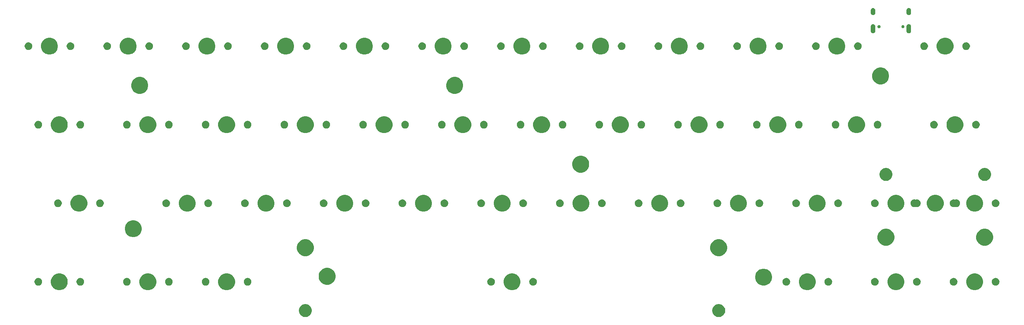
<source format=gbr>
G04 #@! TF.GenerationSoftware,KiCad,Pcbnew,(5.1.4)-1*
G04 #@! TF.CreationDate,2020-11-14T13:14:41-08:00*
G04 #@! TF.ProjectId,vanish,76616e69-7368-42e6-9b69-6361645f7063,rev?*
G04 #@! TF.SameCoordinates,Original*
G04 #@! TF.FileFunction,Soldermask,Top*
G04 #@! TF.FilePolarity,Negative*
%FSLAX46Y46*%
G04 Gerber Fmt 4.6, Leading zero omitted, Abs format (unit mm)*
G04 Created by KiCad (PCBNEW (5.1.4)-1) date 2020-11-14 13:14:41*
%MOMM*%
%LPD*%
G04 APERTURE LIST*
%ADD10C,0.100000*%
G04 APERTURE END LIST*
D10*
G36*
X188571811Y-88814276D02*
G01*
X188690537Y-88863454D01*
X188858441Y-88933002D01*
X188858442Y-88933003D01*
X189116404Y-89105367D01*
X189335783Y-89324746D01*
X189450953Y-89497111D01*
X189508148Y-89582709D01*
X189626874Y-89869340D01*
X189687400Y-90173625D01*
X189687400Y-90483875D01*
X189626874Y-90788160D01*
X189508148Y-91074791D01*
X189508147Y-91074792D01*
X189335783Y-91332754D01*
X189116404Y-91552133D01*
X188944039Y-91667303D01*
X188858441Y-91724498D01*
X188690537Y-91794046D01*
X188571811Y-91843224D01*
X188267525Y-91903750D01*
X187957275Y-91903750D01*
X187652989Y-91843224D01*
X187534263Y-91794046D01*
X187366359Y-91724498D01*
X187280761Y-91667303D01*
X187108396Y-91552133D01*
X186889017Y-91332754D01*
X186716653Y-91074792D01*
X186716652Y-91074791D01*
X186597926Y-90788160D01*
X186537400Y-90483875D01*
X186537400Y-90173625D01*
X186597926Y-89869340D01*
X186716652Y-89582709D01*
X186773847Y-89497111D01*
X186889017Y-89324746D01*
X187108396Y-89105367D01*
X187366358Y-88933003D01*
X187366359Y-88933002D01*
X187534263Y-88863454D01*
X187652989Y-88814276D01*
X187957275Y-88753750D01*
X188267525Y-88753750D01*
X188571811Y-88814276D01*
X188571811Y-88814276D01*
G37*
G36*
X88572011Y-88814276D02*
G01*
X88690737Y-88863454D01*
X88858641Y-88933002D01*
X88858642Y-88933003D01*
X89116604Y-89105367D01*
X89335983Y-89324746D01*
X89451153Y-89497111D01*
X89508348Y-89582709D01*
X89627074Y-89869340D01*
X89687600Y-90173625D01*
X89687600Y-90483875D01*
X89627074Y-90788160D01*
X89508348Y-91074791D01*
X89508347Y-91074792D01*
X89335983Y-91332754D01*
X89116604Y-91552133D01*
X88944239Y-91667303D01*
X88858641Y-91724498D01*
X88690737Y-91794046D01*
X88572011Y-91843224D01*
X88267725Y-91903750D01*
X87957475Y-91903750D01*
X87653189Y-91843224D01*
X87534463Y-91794046D01*
X87366559Y-91724498D01*
X87280961Y-91667303D01*
X87108596Y-91552133D01*
X86889217Y-91332754D01*
X86716853Y-91074792D01*
X86716852Y-91074791D01*
X86598126Y-90788160D01*
X86537600Y-90483875D01*
X86537600Y-90173625D01*
X86598126Y-89869340D01*
X86716852Y-89582709D01*
X86774047Y-89497111D01*
X86889217Y-89324746D01*
X87108596Y-89105367D01*
X87366558Y-88933003D01*
X87366559Y-88933002D01*
X87534463Y-88863454D01*
X87653189Y-88814276D01*
X87957475Y-88753750D01*
X88267725Y-88753750D01*
X88572011Y-88814276D01*
X88572011Y-88814276D01*
G37*
G36*
X250627724Y-81377434D02*
G01*
X250814581Y-81454833D01*
X250999873Y-81531583D01*
X251334798Y-81755373D01*
X251619627Y-82040202D01*
X251843417Y-82375127D01*
X251875812Y-82453336D01*
X251997566Y-82747276D01*
X252076150Y-83142344D01*
X252076150Y-83545156D01*
X251997566Y-83940224D01*
X251907267Y-84158224D01*
X251843417Y-84312373D01*
X251619627Y-84647298D01*
X251334798Y-84932127D01*
X250999873Y-85155917D01*
X250845724Y-85219767D01*
X250627724Y-85310066D01*
X250232656Y-85388650D01*
X249829844Y-85388650D01*
X249434776Y-85310066D01*
X249216776Y-85219767D01*
X249062627Y-85155917D01*
X248727702Y-84932127D01*
X248442873Y-84647298D01*
X248219083Y-84312373D01*
X248155233Y-84158224D01*
X248064934Y-83940224D01*
X247986350Y-83545156D01*
X247986350Y-83142344D01*
X248064934Y-82747276D01*
X248186688Y-82453336D01*
X248219083Y-82375127D01*
X248442873Y-82040202D01*
X248727702Y-81755373D01*
X249062627Y-81531583D01*
X249247919Y-81454833D01*
X249434776Y-81377434D01*
X249829844Y-81298850D01*
X250232656Y-81298850D01*
X250627724Y-81377434D01*
X250627724Y-81377434D01*
G37*
G36*
X29171474Y-81377434D02*
G01*
X29358331Y-81454833D01*
X29543623Y-81531583D01*
X29878548Y-81755373D01*
X30163377Y-82040202D01*
X30387167Y-82375127D01*
X30419562Y-82453336D01*
X30541316Y-82747276D01*
X30619900Y-83142344D01*
X30619900Y-83545156D01*
X30541316Y-83940224D01*
X30451017Y-84158224D01*
X30387167Y-84312373D01*
X30163377Y-84647298D01*
X29878548Y-84932127D01*
X29543623Y-85155917D01*
X29389474Y-85219767D01*
X29171474Y-85310066D01*
X28776406Y-85388650D01*
X28373594Y-85388650D01*
X27978526Y-85310066D01*
X27760526Y-85219767D01*
X27606377Y-85155917D01*
X27271452Y-84932127D01*
X26986623Y-84647298D01*
X26762833Y-84312373D01*
X26698983Y-84158224D01*
X26608684Y-83940224D01*
X26530100Y-83545156D01*
X26530100Y-83142344D01*
X26608684Y-82747276D01*
X26730438Y-82453336D01*
X26762833Y-82375127D01*
X26986623Y-82040202D01*
X27271452Y-81755373D01*
X27606377Y-81531583D01*
X27791669Y-81454833D01*
X27978526Y-81377434D01*
X28373594Y-81298850D01*
X28776406Y-81298850D01*
X29171474Y-81377434D01*
X29171474Y-81377434D01*
G37*
G36*
X50602724Y-81377434D02*
G01*
X50789581Y-81454833D01*
X50974873Y-81531583D01*
X51309798Y-81755373D01*
X51594627Y-82040202D01*
X51818417Y-82375127D01*
X51850812Y-82453336D01*
X51972566Y-82747276D01*
X52051150Y-83142344D01*
X52051150Y-83545156D01*
X51972566Y-83940224D01*
X51882267Y-84158224D01*
X51818417Y-84312373D01*
X51594627Y-84647298D01*
X51309798Y-84932127D01*
X50974873Y-85155917D01*
X50820724Y-85219767D01*
X50602724Y-85310066D01*
X50207656Y-85388650D01*
X49804844Y-85388650D01*
X49409776Y-85310066D01*
X49191776Y-85219767D01*
X49037627Y-85155917D01*
X48702702Y-84932127D01*
X48417873Y-84647298D01*
X48194083Y-84312373D01*
X48130233Y-84158224D01*
X48039934Y-83940224D01*
X47961350Y-83545156D01*
X47961350Y-83142344D01*
X48039934Y-82747276D01*
X48161688Y-82453336D01*
X48194083Y-82375127D01*
X48417873Y-82040202D01*
X48702702Y-81755373D01*
X49037627Y-81531583D01*
X49222919Y-81454833D01*
X49409776Y-81377434D01*
X49804844Y-81298850D01*
X50207656Y-81298850D01*
X50602724Y-81377434D01*
X50602724Y-81377434D01*
G37*
G36*
X210146474Y-81377434D02*
G01*
X210333331Y-81454833D01*
X210518623Y-81531583D01*
X210853548Y-81755373D01*
X211138377Y-82040202D01*
X211362167Y-82375127D01*
X211394562Y-82453336D01*
X211516316Y-82747276D01*
X211594900Y-83142344D01*
X211594900Y-83545156D01*
X211516316Y-83940224D01*
X211426017Y-84158224D01*
X211362167Y-84312373D01*
X211138377Y-84647298D01*
X210853548Y-84932127D01*
X210518623Y-85155917D01*
X210364474Y-85219767D01*
X210146474Y-85310066D01*
X209751406Y-85388650D01*
X209348594Y-85388650D01*
X208953526Y-85310066D01*
X208735526Y-85219767D01*
X208581377Y-85155917D01*
X208246452Y-84932127D01*
X207961623Y-84647298D01*
X207737833Y-84312373D01*
X207673983Y-84158224D01*
X207583684Y-83940224D01*
X207505100Y-83545156D01*
X207505100Y-83142344D01*
X207583684Y-82747276D01*
X207705438Y-82453336D01*
X207737833Y-82375127D01*
X207961623Y-82040202D01*
X208246452Y-81755373D01*
X208581377Y-81531583D01*
X208766669Y-81454833D01*
X208953526Y-81377434D01*
X209348594Y-81298850D01*
X209751406Y-81298850D01*
X210146474Y-81377434D01*
X210146474Y-81377434D01*
G37*
G36*
X69652724Y-81377434D02*
G01*
X69839581Y-81454833D01*
X70024873Y-81531583D01*
X70359798Y-81755373D01*
X70644627Y-82040202D01*
X70868417Y-82375127D01*
X70900812Y-82453336D01*
X71022566Y-82747276D01*
X71101150Y-83142344D01*
X71101150Y-83545156D01*
X71022566Y-83940224D01*
X70932267Y-84158224D01*
X70868417Y-84312373D01*
X70644627Y-84647298D01*
X70359798Y-84932127D01*
X70024873Y-85155917D01*
X69870724Y-85219767D01*
X69652724Y-85310066D01*
X69257656Y-85388650D01*
X68854844Y-85388650D01*
X68459776Y-85310066D01*
X68241776Y-85219767D01*
X68087627Y-85155917D01*
X67752702Y-84932127D01*
X67467873Y-84647298D01*
X67244083Y-84312373D01*
X67180233Y-84158224D01*
X67089934Y-83940224D01*
X67011350Y-83545156D01*
X67011350Y-83142344D01*
X67089934Y-82747276D01*
X67211688Y-82453336D01*
X67244083Y-82375127D01*
X67467873Y-82040202D01*
X67752702Y-81755373D01*
X68087627Y-81531583D01*
X68272919Y-81454833D01*
X68459776Y-81377434D01*
X68854844Y-81298850D01*
X69257656Y-81298850D01*
X69652724Y-81377434D01*
X69652724Y-81377434D01*
G37*
G36*
X231577724Y-81377434D02*
G01*
X231764581Y-81454833D01*
X231949873Y-81531583D01*
X232284798Y-81755373D01*
X232569627Y-82040202D01*
X232793417Y-82375127D01*
X232825812Y-82453336D01*
X232947566Y-82747276D01*
X233026150Y-83142344D01*
X233026150Y-83545156D01*
X232947566Y-83940224D01*
X232857267Y-84158224D01*
X232793417Y-84312373D01*
X232569627Y-84647298D01*
X232284798Y-84932127D01*
X231949873Y-85155917D01*
X231795724Y-85219767D01*
X231577724Y-85310066D01*
X231182656Y-85388650D01*
X230779844Y-85388650D01*
X230384776Y-85310066D01*
X230166776Y-85219767D01*
X230012627Y-85155917D01*
X229677702Y-84932127D01*
X229392873Y-84647298D01*
X229169083Y-84312373D01*
X229105233Y-84158224D01*
X229014934Y-83940224D01*
X228936350Y-83545156D01*
X228936350Y-83142344D01*
X229014934Y-82747276D01*
X229136688Y-82453336D01*
X229169083Y-82375127D01*
X229392873Y-82040202D01*
X229677702Y-81755373D01*
X230012627Y-81531583D01*
X230197919Y-81454833D01*
X230384776Y-81377434D01*
X230779844Y-81298850D01*
X231182656Y-81298850D01*
X231577724Y-81377434D01*
X231577724Y-81377434D01*
G37*
G36*
X138708974Y-81377434D02*
G01*
X138895831Y-81454833D01*
X139081123Y-81531583D01*
X139416048Y-81755373D01*
X139700877Y-82040202D01*
X139924667Y-82375127D01*
X139957062Y-82453336D01*
X140078816Y-82747276D01*
X140157400Y-83142344D01*
X140157400Y-83545156D01*
X140078816Y-83940224D01*
X139988517Y-84158224D01*
X139924667Y-84312373D01*
X139700877Y-84647298D01*
X139416048Y-84932127D01*
X139081123Y-85155917D01*
X138926974Y-85219767D01*
X138708974Y-85310066D01*
X138313906Y-85388650D01*
X137911094Y-85388650D01*
X137516026Y-85310066D01*
X137298026Y-85219767D01*
X137143877Y-85155917D01*
X136808952Y-84932127D01*
X136524123Y-84647298D01*
X136300333Y-84312373D01*
X136236483Y-84158224D01*
X136146184Y-83940224D01*
X136067600Y-83545156D01*
X136067600Y-83142344D01*
X136146184Y-82747276D01*
X136267938Y-82453336D01*
X136300333Y-82375127D01*
X136524123Y-82040202D01*
X136808952Y-81755373D01*
X137143877Y-81531583D01*
X137329169Y-81454833D01*
X137516026Y-81377434D01*
X137911094Y-81298850D01*
X138313906Y-81298850D01*
X138708974Y-81377434D01*
X138708974Y-81377434D01*
G37*
G36*
X199567053Y-80253219D02*
G01*
X199879947Y-80382824D01*
X199940312Y-80407828D01*
X200276235Y-80632285D01*
X200561915Y-80917965D01*
X200785912Y-81253199D01*
X200786373Y-81253890D01*
X200940981Y-81627147D01*
X201019799Y-82023394D01*
X201019799Y-82427408D01*
X200940981Y-82823655D01*
X200808976Y-83142344D01*
X200786372Y-83196914D01*
X200561915Y-83532837D01*
X200276235Y-83818517D01*
X199940312Y-84042974D01*
X199940311Y-84042975D01*
X199940310Y-84042975D01*
X199567053Y-84197583D01*
X199170806Y-84276401D01*
X198766792Y-84276401D01*
X198370545Y-84197583D01*
X197997288Y-84042975D01*
X197997287Y-84042975D01*
X197997286Y-84042974D01*
X197661363Y-83818517D01*
X197375683Y-83532837D01*
X197151226Y-83196914D01*
X197128622Y-83142344D01*
X196996617Y-82823655D01*
X196917799Y-82427408D01*
X196917799Y-82023394D01*
X196996617Y-81627147D01*
X197151225Y-81253890D01*
X197151687Y-81253199D01*
X197375683Y-80917965D01*
X197661363Y-80632285D01*
X197997286Y-80407828D01*
X198057651Y-80382824D01*
X198370545Y-80253219D01*
X198766792Y-80174401D01*
X199170806Y-80174401D01*
X199567053Y-80253219D01*
X199567053Y-80253219D01*
G37*
G36*
X245221354Y-82453335D02*
G01*
X245389876Y-82523139D01*
X245541541Y-82624478D01*
X245670522Y-82753459D01*
X245771861Y-82905124D01*
X245841665Y-83073646D01*
X245877250Y-83252547D01*
X245877250Y-83434953D01*
X245841665Y-83613854D01*
X245771861Y-83782376D01*
X245670522Y-83934041D01*
X245541541Y-84063022D01*
X245389876Y-84164361D01*
X245221354Y-84234165D01*
X245042453Y-84269750D01*
X244860047Y-84269750D01*
X244681146Y-84234165D01*
X244512624Y-84164361D01*
X244360959Y-84063022D01*
X244231978Y-83934041D01*
X244130639Y-83782376D01*
X244060835Y-83613854D01*
X244025250Y-83434953D01*
X244025250Y-83252547D01*
X244060835Y-83073646D01*
X244130639Y-82905124D01*
X244231978Y-82753459D01*
X244360959Y-82624478D01*
X244512624Y-82523139D01*
X244681146Y-82453335D01*
X244860047Y-82417750D01*
X245042453Y-82417750D01*
X245221354Y-82453335D01*
X245221354Y-82453335D01*
G37*
G36*
X45196354Y-82453335D02*
G01*
X45364876Y-82523139D01*
X45516541Y-82624478D01*
X45645522Y-82753459D01*
X45746861Y-82905124D01*
X45816665Y-83073646D01*
X45852250Y-83252547D01*
X45852250Y-83434953D01*
X45816665Y-83613854D01*
X45746861Y-83782376D01*
X45645522Y-83934041D01*
X45516541Y-84063022D01*
X45364876Y-84164361D01*
X45196354Y-84234165D01*
X45017453Y-84269750D01*
X44835047Y-84269750D01*
X44656146Y-84234165D01*
X44487624Y-84164361D01*
X44335959Y-84063022D01*
X44206978Y-83934041D01*
X44105639Y-83782376D01*
X44035835Y-83613854D01*
X44000250Y-83434953D01*
X44000250Y-83252547D01*
X44035835Y-83073646D01*
X44105639Y-82905124D01*
X44206978Y-82753459D01*
X44335959Y-82624478D01*
X44487624Y-82523139D01*
X44656146Y-82453335D01*
X44835047Y-82417750D01*
X45017453Y-82417750D01*
X45196354Y-82453335D01*
X45196354Y-82453335D01*
G37*
G36*
X74406354Y-82453335D02*
G01*
X74574876Y-82523139D01*
X74726541Y-82624478D01*
X74855522Y-82753459D01*
X74956861Y-82905124D01*
X75026665Y-83073646D01*
X75062250Y-83252547D01*
X75062250Y-83434953D01*
X75026665Y-83613854D01*
X74956861Y-83782376D01*
X74855522Y-83934041D01*
X74726541Y-84063022D01*
X74574876Y-84164361D01*
X74406354Y-84234165D01*
X74227453Y-84269750D01*
X74045047Y-84269750D01*
X73866146Y-84234165D01*
X73697624Y-84164361D01*
X73545959Y-84063022D01*
X73416978Y-83934041D01*
X73315639Y-83782376D01*
X73245835Y-83613854D01*
X73210250Y-83434953D01*
X73210250Y-83252547D01*
X73245835Y-83073646D01*
X73315639Y-82905124D01*
X73416978Y-82753459D01*
X73545959Y-82624478D01*
X73697624Y-82523139D01*
X73866146Y-82453335D01*
X74045047Y-82417750D01*
X74227453Y-82417750D01*
X74406354Y-82453335D01*
X74406354Y-82453335D01*
G37*
G36*
X64246354Y-82453335D02*
G01*
X64414876Y-82523139D01*
X64566541Y-82624478D01*
X64695522Y-82753459D01*
X64796861Y-82905124D01*
X64866665Y-83073646D01*
X64902250Y-83252547D01*
X64902250Y-83434953D01*
X64866665Y-83613854D01*
X64796861Y-83782376D01*
X64695522Y-83934041D01*
X64566541Y-84063022D01*
X64414876Y-84164361D01*
X64246354Y-84234165D01*
X64067453Y-84269750D01*
X63885047Y-84269750D01*
X63706146Y-84234165D01*
X63537624Y-84164361D01*
X63385959Y-84063022D01*
X63256978Y-83934041D01*
X63155639Y-83782376D01*
X63085835Y-83613854D01*
X63050250Y-83434953D01*
X63050250Y-83252547D01*
X63085835Y-83073646D01*
X63155639Y-82905124D01*
X63256978Y-82753459D01*
X63385959Y-82624478D01*
X63537624Y-82523139D01*
X63706146Y-82453335D01*
X63885047Y-82417750D01*
X64067453Y-82417750D01*
X64246354Y-82453335D01*
X64246354Y-82453335D01*
G37*
G36*
X133302604Y-82453335D02*
G01*
X133471126Y-82523139D01*
X133622791Y-82624478D01*
X133751772Y-82753459D01*
X133853111Y-82905124D01*
X133922915Y-83073646D01*
X133958500Y-83252547D01*
X133958500Y-83434953D01*
X133922915Y-83613854D01*
X133853111Y-83782376D01*
X133751772Y-83934041D01*
X133622791Y-84063022D01*
X133471126Y-84164361D01*
X133302604Y-84234165D01*
X133123703Y-84269750D01*
X132941297Y-84269750D01*
X132762396Y-84234165D01*
X132593874Y-84164361D01*
X132442209Y-84063022D01*
X132313228Y-83934041D01*
X132211889Y-83782376D01*
X132142085Y-83613854D01*
X132106500Y-83434953D01*
X132106500Y-83252547D01*
X132142085Y-83073646D01*
X132211889Y-82905124D01*
X132313228Y-82753459D01*
X132442209Y-82624478D01*
X132593874Y-82523139D01*
X132762396Y-82453335D01*
X132941297Y-82417750D01*
X133123703Y-82417750D01*
X133302604Y-82453335D01*
X133302604Y-82453335D01*
G37*
G36*
X255381354Y-82453335D02*
G01*
X255549876Y-82523139D01*
X255701541Y-82624478D01*
X255830522Y-82753459D01*
X255931861Y-82905124D01*
X256001665Y-83073646D01*
X256037250Y-83252547D01*
X256037250Y-83434953D01*
X256001665Y-83613854D01*
X255931861Y-83782376D01*
X255830522Y-83934041D01*
X255701541Y-84063022D01*
X255549876Y-84164361D01*
X255381354Y-84234165D01*
X255202453Y-84269750D01*
X255020047Y-84269750D01*
X254841146Y-84234165D01*
X254672624Y-84164361D01*
X254520959Y-84063022D01*
X254391978Y-83934041D01*
X254290639Y-83782376D01*
X254220835Y-83613854D01*
X254185250Y-83434953D01*
X254185250Y-83252547D01*
X254220835Y-83073646D01*
X254290639Y-82905124D01*
X254391978Y-82753459D01*
X254520959Y-82624478D01*
X254672624Y-82523139D01*
X254841146Y-82453335D01*
X255020047Y-82417750D01*
X255202453Y-82417750D01*
X255381354Y-82453335D01*
X255381354Y-82453335D01*
G37*
G36*
X143462604Y-82453335D02*
G01*
X143631126Y-82523139D01*
X143782791Y-82624478D01*
X143911772Y-82753459D01*
X144013111Y-82905124D01*
X144082915Y-83073646D01*
X144118500Y-83252547D01*
X144118500Y-83434953D01*
X144082915Y-83613854D01*
X144013111Y-83782376D01*
X143911772Y-83934041D01*
X143782791Y-84063022D01*
X143631126Y-84164361D01*
X143462604Y-84234165D01*
X143283703Y-84269750D01*
X143101297Y-84269750D01*
X142922396Y-84234165D01*
X142753874Y-84164361D01*
X142602209Y-84063022D01*
X142473228Y-83934041D01*
X142371889Y-83782376D01*
X142302085Y-83613854D01*
X142266500Y-83434953D01*
X142266500Y-83252547D01*
X142302085Y-83073646D01*
X142371889Y-82905124D01*
X142473228Y-82753459D01*
X142602209Y-82624478D01*
X142753874Y-82523139D01*
X142922396Y-82453335D01*
X143101297Y-82417750D01*
X143283703Y-82417750D01*
X143462604Y-82453335D01*
X143462604Y-82453335D01*
G37*
G36*
X214900104Y-82453335D02*
G01*
X215068626Y-82523139D01*
X215220291Y-82624478D01*
X215349272Y-82753459D01*
X215450611Y-82905124D01*
X215520415Y-83073646D01*
X215556000Y-83252547D01*
X215556000Y-83434953D01*
X215520415Y-83613854D01*
X215450611Y-83782376D01*
X215349272Y-83934041D01*
X215220291Y-84063022D01*
X215068626Y-84164361D01*
X214900104Y-84234165D01*
X214721203Y-84269750D01*
X214538797Y-84269750D01*
X214359896Y-84234165D01*
X214191374Y-84164361D01*
X214039709Y-84063022D01*
X213910728Y-83934041D01*
X213809389Y-83782376D01*
X213739585Y-83613854D01*
X213704000Y-83434953D01*
X213704000Y-83252547D01*
X213739585Y-83073646D01*
X213809389Y-82905124D01*
X213910728Y-82753459D01*
X214039709Y-82624478D01*
X214191374Y-82523139D01*
X214359896Y-82453335D01*
X214538797Y-82417750D01*
X214721203Y-82417750D01*
X214900104Y-82453335D01*
X214900104Y-82453335D01*
G37*
G36*
X204740104Y-82453335D02*
G01*
X204908626Y-82523139D01*
X205060291Y-82624478D01*
X205189272Y-82753459D01*
X205290611Y-82905124D01*
X205360415Y-83073646D01*
X205396000Y-83252547D01*
X205396000Y-83434953D01*
X205360415Y-83613854D01*
X205290611Y-83782376D01*
X205189272Y-83934041D01*
X205060291Y-84063022D01*
X204908626Y-84164361D01*
X204740104Y-84234165D01*
X204561203Y-84269750D01*
X204378797Y-84269750D01*
X204199896Y-84234165D01*
X204031374Y-84164361D01*
X203879709Y-84063022D01*
X203750728Y-83934041D01*
X203649389Y-83782376D01*
X203579585Y-83613854D01*
X203544000Y-83434953D01*
X203544000Y-83252547D01*
X203579585Y-83073646D01*
X203649389Y-82905124D01*
X203750728Y-82753459D01*
X203879709Y-82624478D01*
X204031374Y-82523139D01*
X204199896Y-82453335D01*
X204378797Y-82417750D01*
X204561203Y-82417750D01*
X204740104Y-82453335D01*
X204740104Y-82453335D01*
G37*
G36*
X23765104Y-82453335D02*
G01*
X23933626Y-82523139D01*
X24085291Y-82624478D01*
X24214272Y-82753459D01*
X24315611Y-82905124D01*
X24385415Y-83073646D01*
X24421000Y-83252547D01*
X24421000Y-83434953D01*
X24385415Y-83613854D01*
X24315611Y-83782376D01*
X24214272Y-83934041D01*
X24085291Y-84063022D01*
X23933626Y-84164361D01*
X23765104Y-84234165D01*
X23586203Y-84269750D01*
X23403797Y-84269750D01*
X23224896Y-84234165D01*
X23056374Y-84164361D01*
X22904709Y-84063022D01*
X22775728Y-83934041D01*
X22674389Y-83782376D01*
X22604585Y-83613854D01*
X22569000Y-83434953D01*
X22569000Y-83252547D01*
X22604585Y-83073646D01*
X22674389Y-82905124D01*
X22775728Y-82753459D01*
X22904709Y-82624478D01*
X23056374Y-82523139D01*
X23224896Y-82453335D01*
X23403797Y-82417750D01*
X23586203Y-82417750D01*
X23765104Y-82453335D01*
X23765104Y-82453335D01*
G37*
G36*
X236331354Y-82453335D02*
G01*
X236499876Y-82523139D01*
X236651541Y-82624478D01*
X236780522Y-82753459D01*
X236881861Y-82905124D01*
X236951665Y-83073646D01*
X236987250Y-83252547D01*
X236987250Y-83434953D01*
X236951665Y-83613854D01*
X236881861Y-83782376D01*
X236780522Y-83934041D01*
X236651541Y-84063022D01*
X236499876Y-84164361D01*
X236331354Y-84234165D01*
X236152453Y-84269750D01*
X235970047Y-84269750D01*
X235791146Y-84234165D01*
X235622624Y-84164361D01*
X235470959Y-84063022D01*
X235341978Y-83934041D01*
X235240639Y-83782376D01*
X235170835Y-83613854D01*
X235135250Y-83434953D01*
X235135250Y-83252547D01*
X235170835Y-83073646D01*
X235240639Y-82905124D01*
X235341978Y-82753459D01*
X235470959Y-82624478D01*
X235622624Y-82523139D01*
X235791146Y-82453335D01*
X235970047Y-82417750D01*
X236152453Y-82417750D01*
X236331354Y-82453335D01*
X236331354Y-82453335D01*
G37*
G36*
X226171354Y-82453335D02*
G01*
X226339876Y-82523139D01*
X226491541Y-82624478D01*
X226620522Y-82753459D01*
X226721861Y-82905124D01*
X226791665Y-83073646D01*
X226827250Y-83252547D01*
X226827250Y-83434953D01*
X226791665Y-83613854D01*
X226721861Y-83782376D01*
X226620522Y-83934041D01*
X226491541Y-84063022D01*
X226339876Y-84164361D01*
X226171354Y-84234165D01*
X225992453Y-84269750D01*
X225810047Y-84269750D01*
X225631146Y-84234165D01*
X225462624Y-84164361D01*
X225310959Y-84063022D01*
X225181978Y-83934041D01*
X225080639Y-83782376D01*
X225010835Y-83613854D01*
X224975250Y-83434953D01*
X224975250Y-83252547D01*
X225010835Y-83073646D01*
X225080639Y-82905124D01*
X225181978Y-82753459D01*
X225310959Y-82624478D01*
X225462624Y-82523139D01*
X225631146Y-82453335D01*
X225810047Y-82417750D01*
X225992453Y-82417750D01*
X226171354Y-82453335D01*
X226171354Y-82453335D01*
G37*
G36*
X55356354Y-82453335D02*
G01*
X55524876Y-82523139D01*
X55676541Y-82624478D01*
X55805522Y-82753459D01*
X55906861Y-82905124D01*
X55976665Y-83073646D01*
X56012250Y-83252547D01*
X56012250Y-83434953D01*
X55976665Y-83613854D01*
X55906861Y-83782376D01*
X55805522Y-83934041D01*
X55676541Y-84063022D01*
X55524876Y-84164361D01*
X55356354Y-84234165D01*
X55177453Y-84269750D01*
X54995047Y-84269750D01*
X54816146Y-84234165D01*
X54647624Y-84164361D01*
X54495959Y-84063022D01*
X54366978Y-83934041D01*
X54265639Y-83782376D01*
X54195835Y-83613854D01*
X54160250Y-83434953D01*
X54160250Y-83252547D01*
X54195835Y-83073646D01*
X54265639Y-82905124D01*
X54366978Y-82753459D01*
X54495959Y-82624478D01*
X54647624Y-82523139D01*
X54816146Y-82453335D01*
X54995047Y-82417750D01*
X55177453Y-82417750D01*
X55356354Y-82453335D01*
X55356354Y-82453335D01*
G37*
G36*
X33925104Y-82453335D02*
G01*
X34093626Y-82523139D01*
X34245291Y-82624478D01*
X34374272Y-82753459D01*
X34475611Y-82905124D01*
X34545415Y-83073646D01*
X34581000Y-83252547D01*
X34581000Y-83434953D01*
X34545415Y-83613854D01*
X34475611Y-83782376D01*
X34374272Y-83934041D01*
X34245291Y-84063022D01*
X34093626Y-84164361D01*
X33925104Y-84234165D01*
X33746203Y-84269750D01*
X33563797Y-84269750D01*
X33384896Y-84234165D01*
X33216374Y-84164361D01*
X33064709Y-84063022D01*
X32935728Y-83934041D01*
X32834389Y-83782376D01*
X32764585Y-83613854D01*
X32729000Y-83434953D01*
X32729000Y-83252547D01*
X32764585Y-83073646D01*
X32834389Y-82905124D01*
X32935728Y-82753459D01*
X33064709Y-82624478D01*
X33216374Y-82523139D01*
X33384896Y-82453335D01*
X33563797Y-82417750D01*
X33746203Y-82417750D01*
X33925104Y-82453335D01*
X33925104Y-82453335D01*
G37*
G36*
X93979760Y-80053219D02*
G01*
X94272319Y-80174401D01*
X94353019Y-80207828D01*
X94688942Y-80432285D01*
X94974622Y-80717965D01*
X95198619Y-81053199D01*
X95199080Y-81053890D01*
X95353688Y-81427147D01*
X95432506Y-81823394D01*
X95432506Y-82227408D01*
X95353688Y-82623655D01*
X95199080Y-82996912D01*
X95199079Y-82996914D01*
X94974622Y-83332837D01*
X94688942Y-83618517D01*
X94353019Y-83842974D01*
X94353018Y-83842975D01*
X94353017Y-83842975D01*
X93979760Y-83997583D01*
X93583513Y-84076401D01*
X93179499Y-84076401D01*
X92783252Y-83997583D01*
X92409995Y-83842975D01*
X92409994Y-83842975D01*
X92409993Y-83842974D01*
X92074070Y-83618517D01*
X91788390Y-83332837D01*
X91563933Y-82996914D01*
X91563932Y-82996912D01*
X91409324Y-82623655D01*
X91330506Y-82227408D01*
X91330506Y-81823394D01*
X91409324Y-81427147D01*
X91563932Y-81053890D01*
X91564394Y-81053199D01*
X91788390Y-80717965D01*
X92074070Y-80432285D01*
X92409993Y-80207828D01*
X92490693Y-80174401D01*
X92783252Y-80053219D01*
X93179499Y-79974401D01*
X93583513Y-79974401D01*
X93979760Y-80053219D01*
X93979760Y-80053219D01*
G37*
G36*
X88709074Y-73122434D02*
G01*
X88927074Y-73212733D01*
X89081223Y-73276583D01*
X89416148Y-73500373D01*
X89700977Y-73785202D01*
X89924767Y-74120127D01*
X89988617Y-74274276D01*
X90078916Y-74492276D01*
X90157500Y-74887344D01*
X90157500Y-75290156D01*
X90078916Y-75685224D01*
X89988617Y-75903224D01*
X89924767Y-76057373D01*
X89700977Y-76392298D01*
X89416148Y-76677127D01*
X89081223Y-76900917D01*
X88927074Y-76964767D01*
X88709074Y-77055066D01*
X88314006Y-77133650D01*
X87911194Y-77133650D01*
X87516126Y-77055066D01*
X87298126Y-76964767D01*
X87143977Y-76900917D01*
X86809052Y-76677127D01*
X86524223Y-76392298D01*
X86300433Y-76057373D01*
X86236583Y-75903224D01*
X86146284Y-75685224D01*
X86067700Y-75290156D01*
X86067700Y-74887344D01*
X86146284Y-74492276D01*
X86236583Y-74274276D01*
X86300433Y-74120127D01*
X86524223Y-73785202D01*
X86809052Y-73500373D01*
X87143977Y-73276583D01*
X87298126Y-73212733D01*
X87516126Y-73122434D01*
X87911194Y-73043850D01*
X88314006Y-73043850D01*
X88709074Y-73122434D01*
X88709074Y-73122434D01*
G37*
G36*
X188708874Y-73122434D02*
G01*
X188926874Y-73212733D01*
X189081023Y-73276583D01*
X189415948Y-73500373D01*
X189700777Y-73785202D01*
X189924567Y-74120127D01*
X189988417Y-74274276D01*
X190078716Y-74492276D01*
X190157300Y-74887344D01*
X190157300Y-75290156D01*
X190078716Y-75685224D01*
X189988417Y-75903224D01*
X189924567Y-76057373D01*
X189700777Y-76392298D01*
X189415948Y-76677127D01*
X189081023Y-76900917D01*
X188926874Y-76964767D01*
X188708874Y-77055066D01*
X188313806Y-77133650D01*
X187910994Y-77133650D01*
X187515926Y-77055066D01*
X187297926Y-76964767D01*
X187143777Y-76900917D01*
X186808852Y-76677127D01*
X186524023Y-76392298D01*
X186300233Y-76057373D01*
X186236383Y-75903224D01*
X186146084Y-75685224D01*
X186067500Y-75290156D01*
X186067500Y-74887344D01*
X186146084Y-74492276D01*
X186236383Y-74274276D01*
X186300233Y-74120127D01*
X186524023Y-73785202D01*
X186808852Y-73500373D01*
X187143777Y-73276583D01*
X187297926Y-73212733D01*
X187515926Y-73122434D01*
X187910994Y-73043850D01*
X188313806Y-73043850D01*
X188708874Y-73122434D01*
X188708874Y-73122434D01*
G37*
G36*
X229164724Y-70582434D02*
G01*
X229369553Y-70667277D01*
X229536873Y-70736583D01*
X229871798Y-70960373D01*
X230156627Y-71245202D01*
X230380417Y-71580127D01*
X230380417Y-71580128D01*
X230534566Y-71952276D01*
X230613150Y-72347344D01*
X230613150Y-72750156D01*
X230534566Y-73145224D01*
X230480155Y-73276583D01*
X230380417Y-73517373D01*
X230156627Y-73852298D01*
X229871798Y-74137127D01*
X229536873Y-74360917D01*
X229382724Y-74424767D01*
X229164724Y-74515066D01*
X228769656Y-74593650D01*
X228366844Y-74593650D01*
X227971776Y-74515066D01*
X227753776Y-74424767D01*
X227599627Y-74360917D01*
X227264702Y-74137127D01*
X226979873Y-73852298D01*
X226756083Y-73517373D01*
X226656345Y-73276583D01*
X226601934Y-73145224D01*
X226523350Y-72750156D01*
X226523350Y-72347344D01*
X226601934Y-71952276D01*
X226756083Y-71580128D01*
X226756083Y-71580127D01*
X226979873Y-71245202D01*
X227264702Y-70960373D01*
X227599627Y-70736583D01*
X227766947Y-70667277D01*
X227971776Y-70582434D01*
X228366844Y-70503850D01*
X228769656Y-70503850D01*
X229164724Y-70582434D01*
X229164724Y-70582434D01*
G37*
G36*
X253040724Y-70582434D02*
G01*
X253245553Y-70667277D01*
X253412873Y-70736583D01*
X253747798Y-70960373D01*
X254032627Y-71245202D01*
X254256417Y-71580127D01*
X254256417Y-71580128D01*
X254410566Y-71952276D01*
X254489150Y-72347344D01*
X254489150Y-72750156D01*
X254410566Y-73145224D01*
X254356155Y-73276583D01*
X254256417Y-73517373D01*
X254032627Y-73852298D01*
X253747798Y-74137127D01*
X253412873Y-74360917D01*
X253258724Y-74424767D01*
X253040724Y-74515066D01*
X252645656Y-74593650D01*
X252242844Y-74593650D01*
X251847776Y-74515066D01*
X251629776Y-74424767D01*
X251475627Y-74360917D01*
X251140702Y-74137127D01*
X250855873Y-73852298D01*
X250632083Y-73517373D01*
X250532345Y-73276583D01*
X250477934Y-73145224D01*
X250399350Y-72750156D01*
X250399350Y-72347344D01*
X250477934Y-71952276D01*
X250632083Y-71580128D01*
X250632083Y-71580127D01*
X250855873Y-71245202D01*
X251140702Y-70960373D01*
X251475627Y-70736583D01*
X251642947Y-70667277D01*
X251847776Y-70582434D01*
X252242844Y-70503850D01*
X252645656Y-70503850D01*
X253040724Y-70582434D01*
X253040724Y-70582434D01*
G37*
G36*
X47079760Y-68503219D02*
G01*
X47453017Y-68657827D01*
X47453019Y-68657828D01*
X47788942Y-68882285D01*
X48074622Y-69167965D01*
X48298619Y-69503199D01*
X48299080Y-69503890D01*
X48453688Y-69877147D01*
X48532506Y-70273394D01*
X48532506Y-70677408D01*
X48453688Y-71073655D01*
X48341904Y-71343525D01*
X48299079Y-71446914D01*
X48074622Y-71782837D01*
X47788942Y-72068517D01*
X47453019Y-72292974D01*
X47453018Y-72292975D01*
X47453017Y-72292975D01*
X47079760Y-72447583D01*
X46683513Y-72526401D01*
X46279499Y-72526401D01*
X45883252Y-72447583D01*
X45509995Y-72292975D01*
X45509994Y-72292975D01*
X45509993Y-72292974D01*
X45174070Y-72068517D01*
X44888390Y-71782837D01*
X44663933Y-71446914D01*
X44621108Y-71343525D01*
X44509324Y-71073655D01*
X44430506Y-70677408D01*
X44430506Y-70273394D01*
X44509324Y-69877147D01*
X44663932Y-69503890D01*
X44664394Y-69503199D01*
X44888390Y-69167965D01*
X45174070Y-68882285D01*
X45509993Y-68657828D01*
X45509995Y-68657827D01*
X45883252Y-68503219D01*
X46279499Y-68424401D01*
X46683513Y-68424401D01*
X47079760Y-68503219D01*
X47079760Y-68503219D01*
G37*
G36*
X136327724Y-62327434D02*
G01*
X136545724Y-62417733D01*
X136699873Y-62481583D01*
X137034798Y-62705373D01*
X137319627Y-62990202D01*
X137543417Y-63325127D01*
X137578683Y-63410268D01*
X137697566Y-63697276D01*
X137776150Y-64092344D01*
X137776150Y-64495156D01*
X137697566Y-64890224D01*
X137646701Y-65013022D01*
X137543417Y-65262373D01*
X137319627Y-65597298D01*
X137034798Y-65882127D01*
X136699873Y-66105917D01*
X136545724Y-66169767D01*
X136327724Y-66260066D01*
X135932656Y-66338650D01*
X135529844Y-66338650D01*
X135134776Y-66260066D01*
X134916776Y-66169767D01*
X134762627Y-66105917D01*
X134427702Y-65882127D01*
X134142873Y-65597298D01*
X133919083Y-65262373D01*
X133815799Y-65013022D01*
X133764934Y-64890224D01*
X133686350Y-64495156D01*
X133686350Y-64092344D01*
X133764934Y-63697276D01*
X133883817Y-63410268D01*
X133919083Y-63325127D01*
X134142873Y-62990202D01*
X134427702Y-62705373D01*
X134762627Y-62481583D01*
X134916776Y-62417733D01*
X135134776Y-62327434D01*
X135529844Y-62248850D01*
X135932656Y-62248850D01*
X136327724Y-62327434D01*
X136327724Y-62327434D01*
G37*
G36*
X155377724Y-62327434D02*
G01*
X155595724Y-62417733D01*
X155749873Y-62481583D01*
X156084798Y-62705373D01*
X156369627Y-62990202D01*
X156593417Y-63325127D01*
X156628683Y-63410268D01*
X156747566Y-63697276D01*
X156826150Y-64092344D01*
X156826150Y-64495156D01*
X156747566Y-64890224D01*
X156696701Y-65013022D01*
X156593417Y-65262373D01*
X156369627Y-65597298D01*
X156084798Y-65882127D01*
X155749873Y-66105917D01*
X155595724Y-66169767D01*
X155377724Y-66260066D01*
X154982656Y-66338650D01*
X154579844Y-66338650D01*
X154184776Y-66260066D01*
X153966776Y-66169767D01*
X153812627Y-66105917D01*
X153477702Y-65882127D01*
X153192873Y-65597298D01*
X152969083Y-65262373D01*
X152865799Y-65013022D01*
X152814934Y-64890224D01*
X152736350Y-64495156D01*
X152736350Y-64092344D01*
X152814934Y-63697276D01*
X152933817Y-63410268D01*
X152969083Y-63325127D01*
X153192873Y-62990202D01*
X153477702Y-62705373D01*
X153812627Y-62481583D01*
X153966776Y-62417733D01*
X154184776Y-62327434D01*
X154579844Y-62248850D01*
X154982656Y-62248850D01*
X155377724Y-62327434D01*
X155377724Y-62327434D01*
G37*
G36*
X174427724Y-62327434D02*
G01*
X174645724Y-62417733D01*
X174799873Y-62481583D01*
X175134798Y-62705373D01*
X175419627Y-62990202D01*
X175643417Y-63325127D01*
X175678683Y-63410268D01*
X175797566Y-63697276D01*
X175876150Y-64092344D01*
X175876150Y-64495156D01*
X175797566Y-64890224D01*
X175746701Y-65013022D01*
X175643417Y-65262373D01*
X175419627Y-65597298D01*
X175134798Y-65882127D01*
X174799873Y-66105917D01*
X174645724Y-66169767D01*
X174427724Y-66260066D01*
X174032656Y-66338650D01*
X173629844Y-66338650D01*
X173234776Y-66260066D01*
X173016776Y-66169767D01*
X172862627Y-66105917D01*
X172527702Y-65882127D01*
X172242873Y-65597298D01*
X172019083Y-65262373D01*
X171915799Y-65013022D01*
X171864934Y-64890224D01*
X171786350Y-64495156D01*
X171786350Y-64092344D01*
X171864934Y-63697276D01*
X171983817Y-63410268D01*
X172019083Y-63325127D01*
X172242873Y-62990202D01*
X172527702Y-62705373D01*
X172862627Y-62481583D01*
X173016776Y-62417733D01*
X173234776Y-62327434D01*
X173629844Y-62248850D01*
X174032656Y-62248850D01*
X174427724Y-62327434D01*
X174427724Y-62327434D01*
G37*
G36*
X231577724Y-62327434D02*
G01*
X231795724Y-62417733D01*
X231949873Y-62481583D01*
X232284798Y-62705373D01*
X232569627Y-62990202D01*
X232793417Y-63325127D01*
X232828683Y-63410268D01*
X232947566Y-63697276D01*
X233026150Y-64092344D01*
X233026150Y-64495156D01*
X232947566Y-64890224D01*
X232896701Y-65013022D01*
X232793417Y-65262373D01*
X232569627Y-65597298D01*
X232284798Y-65882127D01*
X231949873Y-66105917D01*
X231795724Y-66169767D01*
X231577724Y-66260066D01*
X231182656Y-66338650D01*
X230779844Y-66338650D01*
X230384776Y-66260066D01*
X230166776Y-66169767D01*
X230012627Y-66105917D01*
X229677702Y-65882127D01*
X229392873Y-65597298D01*
X229169083Y-65262373D01*
X229065799Y-65013022D01*
X229014934Y-64890224D01*
X228936350Y-64495156D01*
X228936350Y-64092344D01*
X229014934Y-63697276D01*
X229133817Y-63410268D01*
X229169083Y-63325127D01*
X229392873Y-62990202D01*
X229677702Y-62705373D01*
X230012627Y-62481583D01*
X230166776Y-62417733D01*
X230384776Y-62327434D01*
X230779844Y-62248850D01*
X231182656Y-62248850D01*
X231577724Y-62327434D01*
X231577724Y-62327434D01*
G37*
G36*
X250627724Y-62327434D02*
G01*
X250845724Y-62417733D01*
X250999873Y-62481583D01*
X251334798Y-62705373D01*
X251619627Y-62990202D01*
X251843417Y-63325127D01*
X251878683Y-63410268D01*
X251997566Y-63697276D01*
X252076150Y-64092344D01*
X252076150Y-64495156D01*
X251997566Y-64890224D01*
X251946701Y-65013022D01*
X251843417Y-65262373D01*
X251619627Y-65597298D01*
X251334798Y-65882127D01*
X250999873Y-66105917D01*
X250845724Y-66169767D01*
X250627724Y-66260066D01*
X250232656Y-66338650D01*
X249829844Y-66338650D01*
X249434776Y-66260066D01*
X249216776Y-66169767D01*
X249062627Y-66105917D01*
X248727702Y-65882127D01*
X248442873Y-65597298D01*
X248219083Y-65262373D01*
X248115799Y-65013022D01*
X248064934Y-64890224D01*
X247986350Y-64495156D01*
X247986350Y-64092344D01*
X248064934Y-63697276D01*
X248183817Y-63410268D01*
X248219083Y-63325127D01*
X248442873Y-62990202D01*
X248727702Y-62705373D01*
X249062627Y-62481583D01*
X249216776Y-62417733D01*
X249434776Y-62327434D01*
X249829844Y-62248850D01*
X250232656Y-62248850D01*
X250627724Y-62327434D01*
X250627724Y-62327434D01*
G37*
G36*
X212527724Y-62327434D02*
G01*
X212745724Y-62417733D01*
X212899873Y-62481583D01*
X213234798Y-62705373D01*
X213519627Y-62990202D01*
X213743417Y-63325127D01*
X213778683Y-63410268D01*
X213897566Y-63697276D01*
X213976150Y-64092344D01*
X213976150Y-64495156D01*
X213897566Y-64890224D01*
X213846701Y-65013022D01*
X213743417Y-65262373D01*
X213519627Y-65597298D01*
X213234798Y-65882127D01*
X212899873Y-66105917D01*
X212745724Y-66169767D01*
X212527724Y-66260066D01*
X212132656Y-66338650D01*
X211729844Y-66338650D01*
X211334776Y-66260066D01*
X211116776Y-66169767D01*
X210962627Y-66105917D01*
X210627702Y-65882127D01*
X210342873Y-65597298D01*
X210119083Y-65262373D01*
X210015799Y-65013022D01*
X209964934Y-64890224D01*
X209886350Y-64495156D01*
X209886350Y-64092344D01*
X209964934Y-63697276D01*
X210083817Y-63410268D01*
X210119083Y-63325127D01*
X210342873Y-62990202D01*
X210627702Y-62705373D01*
X210962627Y-62481583D01*
X211116776Y-62417733D01*
X211334776Y-62327434D01*
X211729844Y-62248850D01*
X212132656Y-62248850D01*
X212527724Y-62327434D01*
X212527724Y-62327434D01*
G37*
G36*
X98227724Y-62327434D02*
G01*
X98445724Y-62417733D01*
X98599873Y-62481583D01*
X98934798Y-62705373D01*
X99219627Y-62990202D01*
X99443417Y-63325127D01*
X99478683Y-63410268D01*
X99597566Y-63697276D01*
X99676150Y-64092344D01*
X99676150Y-64495156D01*
X99597566Y-64890224D01*
X99546701Y-65013022D01*
X99443417Y-65262373D01*
X99219627Y-65597298D01*
X98934798Y-65882127D01*
X98599873Y-66105917D01*
X98445724Y-66169767D01*
X98227724Y-66260066D01*
X97832656Y-66338650D01*
X97429844Y-66338650D01*
X97034776Y-66260066D01*
X96816776Y-66169767D01*
X96662627Y-66105917D01*
X96327702Y-65882127D01*
X96042873Y-65597298D01*
X95819083Y-65262373D01*
X95715799Y-65013022D01*
X95664934Y-64890224D01*
X95586350Y-64495156D01*
X95586350Y-64092344D01*
X95664934Y-63697276D01*
X95783817Y-63410268D01*
X95819083Y-63325127D01*
X96042873Y-62990202D01*
X96327702Y-62705373D01*
X96662627Y-62481583D01*
X96816776Y-62417733D01*
X97034776Y-62327434D01*
X97429844Y-62248850D01*
X97832656Y-62248850D01*
X98227724Y-62327434D01*
X98227724Y-62327434D01*
G37*
G36*
X241102724Y-62327434D02*
G01*
X241320724Y-62417733D01*
X241474873Y-62481583D01*
X241809798Y-62705373D01*
X242094627Y-62990202D01*
X242318417Y-63325127D01*
X242353683Y-63410268D01*
X242472566Y-63697276D01*
X242551150Y-64092344D01*
X242551150Y-64495156D01*
X242472566Y-64890224D01*
X242421701Y-65013022D01*
X242318417Y-65262373D01*
X242094627Y-65597298D01*
X241809798Y-65882127D01*
X241474873Y-66105917D01*
X241320724Y-66169767D01*
X241102724Y-66260066D01*
X240707656Y-66338650D01*
X240304844Y-66338650D01*
X239909776Y-66260066D01*
X239691776Y-66169767D01*
X239537627Y-66105917D01*
X239202702Y-65882127D01*
X238917873Y-65597298D01*
X238694083Y-65262373D01*
X238590799Y-65013022D01*
X238539934Y-64890224D01*
X238461350Y-64495156D01*
X238461350Y-64092344D01*
X238539934Y-63697276D01*
X238658817Y-63410268D01*
X238694083Y-63325127D01*
X238917873Y-62990202D01*
X239202702Y-62705373D01*
X239537627Y-62481583D01*
X239691776Y-62417733D01*
X239909776Y-62327434D01*
X240304844Y-62248850D01*
X240707656Y-62248850D01*
X241102724Y-62327434D01*
X241102724Y-62327434D01*
G37*
G36*
X79177724Y-62327434D02*
G01*
X79395724Y-62417733D01*
X79549873Y-62481583D01*
X79884798Y-62705373D01*
X80169627Y-62990202D01*
X80393417Y-63325127D01*
X80428683Y-63410268D01*
X80547566Y-63697276D01*
X80626150Y-64092344D01*
X80626150Y-64495156D01*
X80547566Y-64890224D01*
X80496701Y-65013022D01*
X80393417Y-65262373D01*
X80169627Y-65597298D01*
X79884798Y-65882127D01*
X79549873Y-66105917D01*
X79395724Y-66169767D01*
X79177724Y-66260066D01*
X78782656Y-66338650D01*
X78379844Y-66338650D01*
X77984776Y-66260066D01*
X77766776Y-66169767D01*
X77612627Y-66105917D01*
X77277702Y-65882127D01*
X76992873Y-65597298D01*
X76769083Y-65262373D01*
X76665799Y-65013022D01*
X76614934Y-64890224D01*
X76536350Y-64495156D01*
X76536350Y-64092344D01*
X76614934Y-63697276D01*
X76733817Y-63410268D01*
X76769083Y-63325127D01*
X76992873Y-62990202D01*
X77277702Y-62705373D01*
X77612627Y-62481583D01*
X77766776Y-62417733D01*
X77984776Y-62327434D01*
X78379844Y-62248850D01*
X78782656Y-62248850D01*
X79177724Y-62327434D01*
X79177724Y-62327434D01*
G37*
G36*
X193477724Y-62327434D02*
G01*
X193695724Y-62417733D01*
X193849873Y-62481583D01*
X194184798Y-62705373D01*
X194469627Y-62990202D01*
X194693417Y-63325127D01*
X194728683Y-63410268D01*
X194847566Y-63697276D01*
X194926150Y-64092344D01*
X194926150Y-64495156D01*
X194847566Y-64890224D01*
X194796701Y-65013022D01*
X194693417Y-65262373D01*
X194469627Y-65597298D01*
X194184798Y-65882127D01*
X193849873Y-66105917D01*
X193695724Y-66169767D01*
X193477724Y-66260066D01*
X193082656Y-66338650D01*
X192679844Y-66338650D01*
X192284776Y-66260066D01*
X192066776Y-66169767D01*
X191912627Y-66105917D01*
X191577702Y-65882127D01*
X191292873Y-65597298D01*
X191069083Y-65262373D01*
X190965799Y-65013022D01*
X190914934Y-64890224D01*
X190836350Y-64495156D01*
X190836350Y-64092344D01*
X190914934Y-63697276D01*
X191033817Y-63410268D01*
X191069083Y-63325127D01*
X191292873Y-62990202D01*
X191577702Y-62705373D01*
X191912627Y-62481583D01*
X192066776Y-62417733D01*
X192284776Y-62327434D01*
X192679844Y-62248850D01*
X193082656Y-62248850D01*
X193477724Y-62327434D01*
X193477724Y-62327434D01*
G37*
G36*
X60127724Y-62327434D02*
G01*
X60345724Y-62417733D01*
X60499873Y-62481583D01*
X60834798Y-62705373D01*
X61119627Y-62990202D01*
X61343417Y-63325127D01*
X61378683Y-63410268D01*
X61497566Y-63697276D01*
X61576150Y-64092344D01*
X61576150Y-64495156D01*
X61497566Y-64890224D01*
X61446701Y-65013022D01*
X61343417Y-65262373D01*
X61119627Y-65597298D01*
X60834798Y-65882127D01*
X60499873Y-66105917D01*
X60345724Y-66169767D01*
X60127724Y-66260066D01*
X59732656Y-66338650D01*
X59329844Y-66338650D01*
X58934776Y-66260066D01*
X58716776Y-66169767D01*
X58562627Y-66105917D01*
X58227702Y-65882127D01*
X57942873Y-65597298D01*
X57719083Y-65262373D01*
X57615799Y-65013022D01*
X57564934Y-64890224D01*
X57486350Y-64495156D01*
X57486350Y-64092344D01*
X57564934Y-63697276D01*
X57683817Y-63410268D01*
X57719083Y-63325127D01*
X57942873Y-62990202D01*
X58227702Y-62705373D01*
X58562627Y-62481583D01*
X58716776Y-62417733D01*
X58934776Y-62327434D01*
X59329844Y-62248850D01*
X59732656Y-62248850D01*
X60127724Y-62327434D01*
X60127724Y-62327434D01*
G37*
G36*
X33933974Y-62327434D02*
G01*
X34151974Y-62417733D01*
X34306123Y-62481583D01*
X34641048Y-62705373D01*
X34925877Y-62990202D01*
X35149667Y-63325127D01*
X35184933Y-63410268D01*
X35303816Y-63697276D01*
X35382400Y-64092344D01*
X35382400Y-64495156D01*
X35303816Y-64890224D01*
X35252951Y-65013022D01*
X35149667Y-65262373D01*
X34925877Y-65597298D01*
X34641048Y-65882127D01*
X34306123Y-66105917D01*
X34151974Y-66169767D01*
X33933974Y-66260066D01*
X33538906Y-66338650D01*
X33136094Y-66338650D01*
X32741026Y-66260066D01*
X32523026Y-66169767D01*
X32368877Y-66105917D01*
X32033952Y-65882127D01*
X31749123Y-65597298D01*
X31525333Y-65262373D01*
X31422049Y-65013022D01*
X31371184Y-64890224D01*
X31292600Y-64495156D01*
X31292600Y-64092344D01*
X31371184Y-63697276D01*
X31490067Y-63410268D01*
X31525333Y-63325127D01*
X31749123Y-62990202D01*
X32033952Y-62705373D01*
X32368877Y-62481583D01*
X32523026Y-62417733D01*
X32741026Y-62327434D01*
X33136094Y-62248850D01*
X33538906Y-62248850D01*
X33933974Y-62327434D01*
X33933974Y-62327434D01*
G37*
G36*
X117277724Y-62327434D02*
G01*
X117495724Y-62417733D01*
X117649873Y-62481583D01*
X117984798Y-62705373D01*
X118269627Y-62990202D01*
X118493417Y-63325127D01*
X118528683Y-63410268D01*
X118647566Y-63697276D01*
X118726150Y-64092344D01*
X118726150Y-64495156D01*
X118647566Y-64890224D01*
X118596701Y-65013022D01*
X118493417Y-65262373D01*
X118269627Y-65597298D01*
X117984798Y-65882127D01*
X117649873Y-66105917D01*
X117495724Y-66169767D01*
X117277724Y-66260066D01*
X116882656Y-66338650D01*
X116479844Y-66338650D01*
X116084776Y-66260066D01*
X115866776Y-66169767D01*
X115712627Y-66105917D01*
X115377702Y-65882127D01*
X115092873Y-65597298D01*
X114869083Y-65262373D01*
X114765799Y-65013022D01*
X114714934Y-64890224D01*
X114636350Y-64495156D01*
X114636350Y-64092344D01*
X114714934Y-63697276D01*
X114833817Y-63410268D01*
X114869083Y-63325127D01*
X115092873Y-62990202D01*
X115377702Y-62705373D01*
X115712627Y-62481583D01*
X115866776Y-62417733D01*
X116084776Y-62327434D01*
X116479844Y-62248850D01*
X116882656Y-62248850D01*
X117277724Y-62327434D01*
X117277724Y-62327434D01*
G37*
G36*
X64881354Y-63403335D02*
G01*
X65049876Y-63473139D01*
X65201541Y-63574478D01*
X65330522Y-63703459D01*
X65431861Y-63855124D01*
X65501665Y-64023646D01*
X65537250Y-64202547D01*
X65537250Y-64384953D01*
X65501665Y-64563854D01*
X65431861Y-64732376D01*
X65330522Y-64884041D01*
X65201541Y-65013022D01*
X65049876Y-65114361D01*
X64881354Y-65184165D01*
X64702453Y-65219750D01*
X64520047Y-65219750D01*
X64341146Y-65184165D01*
X64172624Y-65114361D01*
X64020959Y-65013022D01*
X63891978Y-64884041D01*
X63790639Y-64732376D01*
X63720835Y-64563854D01*
X63685250Y-64384953D01*
X63685250Y-64202547D01*
X63720835Y-64023646D01*
X63790639Y-63855124D01*
X63891978Y-63703459D01*
X64020959Y-63574478D01*
X64172624Y-63473139D01*
X64341146Y-63403335D01*
X64520047Y-63367750D01*
X64702453Y-63367750D01*
X64881354Y-63403335D01*
X64881354Y-63403335D01*
G37*
G36*
X226171354Y-63403335D02*
G01*
X226339876Y-63473139D01*
X226491541Y-63574478D01*
X226620522Y-63703459D01*
X226721861Y-63855124D01*
X226791665Y-64023646D01*
X226827250Y-64202547D01*
X226827250Y-64384953D01*
X226791665Y-64563854D01*
X226721861Y-64732376D01*
X226620522Y-64884041D01*
X226491541Y-65013022D01*
X226339876Y-65114361D01*
X226171354Y-65184165D01*
X225992453Y-65219750D01*
X225810047Y-65219750D01*
X225631146Y-65184165D01*
X225462624Y-65114361D01*
X225310959Y-65013022D01*
X225181978Y-64884041D01*
X225080639Y-64732376D01*
X225010835Y-64563854D01*
X224975250Y-64384953D01*
X224975250Y-64202547D01*
X225010835Y-64023646D01*
X225080639Y-63855124D01*
X225181978Y-63703459D01*
X225310959Y-63574478D01*
X225462624Y-63473139D01*
X225631146Y-63403335D01*
X225810047Y-63367750D01*
X225992453Y-63367750D01*
X226171354Y-63403335D01*
X226171354Y-63403335D01*
G37*
G36*
X54721354Y-63403335D02*
G01*
X54889876Y-63473139D01*
X55041541Y-63574478D01*
X55170522Y-63703459D01*
X55271861Y-63855124D01*
X55341665Y-64023646D01*
X55377250Y-64202547D01*
X55377250Y-64384953D01*
X55341665Y-64563854D01*
X55271861Y-64732376D01*
X55170522Y-64884041D01*
X55041541Y-65013022D01*
X54889876Y-65114361D01*
X54721354Y-65184165D01*
X54542453Y-65219750D01*
X54360047Y-65219750D01*
X54181146Y-65184165D01*
X54012624Y-65114361D01*
X53860959Y-65013022D01*
X53731978Y-64884041D01*
X53630639Y-64732376D01*
X53560835Y-64563854D01*
X53525250Y-64384953D01*
X53525250Y-64202547D01*
X53560835Y-64023646D01*
X53630639Y-63855124D01*
X53731978Y-63703459D01*
X53860959Y-63574478D01*
X54012624Y-63473139D01*
X54181146Y-63403335D01*
X54360047Y-63367750D01*
X54542453Y-63367750D01*
X54721354Y-63403335D01*
X54721354Y-63403335D01*
G37*
G36*
X38687604Y-63403335D02*
G01*
X38856126Y-63473139D01*
X39007791Y-63574478D01*
X39136772Y-63703459D01*
X39238111Y-63855124D01*
X39307915Y-64023646D01*
X39343500Y-64202547D01*
X39343500Y-64384953D01*
X39307915Y-64563854D01*
X39238111Y-64732376D01*
X39136772Y-64884041D01*
X39007791Y-65013022D01*
X38856126Y-65114361D01*
X38687604Y-65184165D01*
X38508703Y-65219750D01*
X38326297Y-65219750D01*
X38147396Y-65184165D01*
X37978874Y-65114361D01*
X37827209Y-65013022D01*
X37698228Y-64884041D01*
X37596889Y-64732376D01*
X37527085Y-64563854D01*
X37491500Y-64384953D01*
X37491500Y-64202547D01*
X37527085Y-64023646D01*
X37596889Y-63855124D01*
X37698228Y-63703459D01*
X37827209Y-63574478D01*
X37978874Y-63473139D01*
X38147396Y-63403335D01*
X38326297Y-63367750D01*
X38508703Y-63367750D01*
X38687604Y-63403335D01*
X38687604Y-63403335D01*
G37*
G36*
X122031354Y-63403335D02*
G01*
X122199876Y-63473139D01*
X122351541Y-63574478D01*
X122480522Y-63703459D01*
X122581861Y-63855124D01*
X122651665Y-64023646D01*
X122687250Y-64202547D01*
X122687250Y-64384953D01*
X122651665Y-64563854D01*
X122581861Y-64732376D01*
X122480522Y-64884041D01*
X122351541Y-65013022D01*
X122199876Y-65114361D01*
X122031354Y-65184165D01*
X121852453Y-65219750D01*
X121670047Y-65219750D01*
X121491146Y-65184165D01*
X121322624Y-65114361D01*
X121170959Y-65013022D01*
X121041978Y-64884041D01*
X120940639Y-64732376D01*
X120870835Y-64563854D01*
X120835250Y-64384953D01*
X120835250Y-64202547D01*
X120870835Y-64023646D01*
X120940639Y-63855124D01*
X121041978Y-63703459D01*
X121170959Y-63574478D01*
X121322624Y-63473139D01*
X121491146Y-63403335D01*
X121670047Y-63367750D01*
X121852453Y-63367750D01*
X122031354Y-63403335D01*
X122031354Y-63403335D01*
G37*
G36*
X255381354Y-63403335D02*
G01*
X255549876Y-63473139D01*
X255701541Y-63574478D01*
X255830522Y-63703459D01*
X255931861Y-63855124D01*
X256001665Y-64023646D01*
X256037250Y-64202547D01*
X256037250Y-64384953D01*
X256001665Y-64563854D01*
X255931861Y-64732376D01*
X255830522Y-64884041D01*
X255701541Y-65013022D01*
X255549876Y-65114361D01*
X255381354Y-65184165D01*
X255202453Y-65219750D01*
X255020047Y-65219750D01*
X254841146Y-65184165D01*
X254672624Y-65114361D01*
X254520959Y-65013022D01*
X254391978Y-64884041D01*
X254290639Y-64732376D01*
X254220835Y-64563854D01*
X254185250Y-64384953D01*
X254185250Y-64202547D01*
X254220835Y-64023646D01*
X254290639Y-63855124D01*
X254391978Y-63703459D01*
X254520959Y-63574478D01*
X254672624Y-63473139D01*
X254841146Y-63403335D01*
X255020047Y-63367750D01*
X255202453Y-63367750D01*
X255381354Y-63403335D01*
X255381354Y-63403335D01*
G37*
G36*
X141081354Y-63403335D02*
G01*
X141249876Y-63473139D01*
X141401541Y-63574478D01*
X141530522Y-63703459D01*
X141631861Y-63855124D01*
X141701665Y-64023646D01*
X141737250Y-64202547D01*
X141737250Y-64384953D01*
X141701665Y-64563854D01*
X141631861Y-64732376D01*
X141530522Y-64884041D01*
X141401541Y-65013022D01*
X141249876Y-65114361D01*
X141081354Y-65184165D01*
X140902453Y-65219750D01*
X140720047Y-65219750D01*
X140541146Y-65184165D01*
X140372624Y-65114361D01*
X140220959Y-65013022D01*
X140091978Y-64884041D01*
X139990639Y-64732376D01*
X139920835Y-64563854D01*
X139885250Y-64384953D01*
X139885250Y-64202547D01*
X139920835Y-64023646D01*
X139990639Y-63855124D01*
X140091978Y-63703459D01*
X140220959Y-63574478D01*
X140372624Y-63473139D01*
X140541146Y-63403335D01*
X140720047Y-63367750D01*
X140902453Y-63367750D01*
X141081354Y-63403335D01*
X141081354Y-63403335D01*
G37*
G36*
X149971354Y-63403335D02*
G01*
X150139876Y-63473139D01*
X150291541Y-63574478D01*
X150420522Y-63703459D01*
X150521861Y-63855124D01*
X150591665Y-64023646D01*
X150627250Y-64202547D01*
X150627250Y-64384953D01*
X150591665Y-64563854D01*
X150521861Y-64732376D01*
X150420522Y-64884041D01*
X150291541Y-65013022D01*
X150139876Y-65114361D01*
X149971354Y-65184165D01*
X149792453Y-65219750D01*
X149610047Y-65219750D01*
X149431146Y-65184165D01*
X149262624Y-65114361D01*
X149110959Y-65013022D01*
X148981978Y-64884041D01*
X148880639Y-64732376D01*
X148810835Y-64563854D01*
X148775250Y-64384953D01*
X148775250Y-64202547D01*
X148810835Y-64023646D01*
X148880639Y-63855124D01*
X148981978Y-63703459D01*
X149110959Y-63574478D01*
X149262624Y-63473139D01*
X149431146Y-63403335D01*
X149610047Y-63367750D01*
X149792453Y-63367750D01*
X149971354Y-63403335D01*
X149971354Y-63403335D01*
G37*
G36*
X160131354Y-63403335D02*
G01*
X160299876Y-63473139D01*
X160451541Y-63574478D01*
X160580522Y-63703459D01*
X160681861Y-63855124D01*
X160751665Y-64023646D01*
X160787250Y-64202547D01*
X160787250Y-64384953D01*
X160751665Y-64563854D01*
X160681861Y-64732376D01*
X160580522Y-64884041D01*
X160451541Y-65013022D01*
X160299876Y-65114361D01*
X160131354Y-65184165D01*
X159952453Y-65219750D01*
X159770047Y-65219750D01*
X159591146Y-65184165D01*
X159422624Y-65114361D01*
X159270959Y-65013022D01*
X159141978Y-64884041D01*
X159040639Y-64732376D01*
X158970835Y-64563854D01*
X158935250Y-64384953D01*
X158935250Y-64202547D01*
X158970835Y-64023646D01*
X159040639Y-63855124D01*
X159141978Y-63703459D01*
X159270959Y-63574478D01*
X159422624Y-63473139D01*
X159591146Y-63403335D01*
X159770047Y-63367750D01*
X159952453Y-63367750D01*
X160131354Y-63403335D01*
X160131354Y-63403335D01*
G37*
G36*
X169021354Y-63403335D02*
G01*
X169189876Y-63473139D01*
X169341541Y-63574478D01*
X169470522Y-63703459D01*
X169571861Y-63855124D01*
X169641665Y-64023646D01*
X169677250Y-64202547D01*
X169677250Y-64384953D01*
X169641665Y-64563854D01*
X169571861Y-64732376D01*
X169470522Y-64884041D01*
X169341541Y-65013022D01*
X169189876Y-65114361D01*
X169021354Y-65184165D01*
X168842453Y-65219750D01*
X168660047Y-65219750D01*
X168481146Y-65184165D01*
X168312624Y-65114361D01*
X168160959Y-65013022D01*
X168031978Y-64884041D01*
X167930639Y-64732376D01*
X167860835Y-64563854D01*
X167825250Y-64384953D01*
X167825250Y-64202547D01*
X167860835Y-64023646D01*
X167930639Y-63855124D01*
X168031978Y-63703459D01*
X168160959Y-63574478D01*
X168312624Y-63473139D01*
X168481146Y-63403335D01*
X168660047Y-63367750D01*
X168842453Y-63367750D01*
X169021354Y-63403335D01*
X169021354Y-63403335D01*
G37*
G36*
X179181354Y-63403335D02*
G01*
X179349876Y-63473139D01*
X179501541Y-63574478D01*
X179630522Y-63703459D01*
X179731861Y-63855124D01*
X179801665Y-64023646D01*
X179837250Y-64202547D01*
X179837250Y-64384953D01*
X179801665Y-64563854D01*
X179731861Y-64732376D01*
X179630522Y-64884041D01*
X179501541Y-65013022D01*
X179349876Y-65114361D01*
X179181354Y-65184165D01*
X179002453Y-65219750D01*
X178820047Y-65219750D01*
X178641146Y-65184165D01*
X178472624Y-65114361D01*
X178320959Y-65013022D01*
X178191978Y-64884041D01*
X178090639Y-64732376D01*
X178020835Y-64563854D01*
X177985250Y-64384953D01*
X177985250Y-64202547D01*
X178020835Y-64023646D01*
X178090639Y-63855124D01*
X178191978Y-63703459D01*
X178320959Y-63574478D01*
X178472624Y-63473139D01*
X178641146Y-63403335D01*
X178820047Y-63367750D01*
X179002453Y-63367750D01*
X179181354Y-63403335D01*
X179181354Y-63403335D01*
G37*
G36*
X217281354Y-63403335D02*
G01*
X217449876Y-63473139D01*
X217601541Y-63574478D01*
X217730522Y-63703459D01*
X217831861Y-63855124D01*
X217901665Y-64023646D01*
X217937250Y-64202547D01*
X217937250Y-64384953D01*
X217901665Y-64563854D01*
X217831861Y-64732376D01*
X217730522Y-64884041D01*
X217601541Y-65013022D01*
X217449876Y-65114361D01*
X217281354Y-65184165D01*
X217102453Y-65219750D01*
X216920047Y-65219750D01*
X216741146Y-65184165D01*
X216572624Y-65114361D01*
X216420959Y-65013022D01*
X216291978Y-64884041D01*
X216190639Y-64732376D01*
X216120835Y-64563854D01*
X216085250Y-64384953D01*
X216085250Y-64202547D01*
X216120835Y-64023646D01*
X216190639Y-63855124D01*
X216291978Y-63703459D01*
X216420959Y-63574478D01*
X216572624Y-63473139D01*
X216741146Y-63403335D01*
X216920047Y-63367750D01*
X217102453Y-63367750D01*
X217281354Y-63403335D01*
X217281354Y-63403335D01*
G37*
G36*
X198231354Y-63403335D02*
G01*
X198399876Y-63473139D01*
X198551541Y-63574478D01*
X198680522Y-63703459D01*
X198781861Y-63855124D01*
X198851665Y-64023646D01*
X198887250Y-64202547D01*
X198887250Y-64384953D01*
X198851665Y-64563854D01*
X198781861Y-64732376D01*
X198680522Y-64884041D01*
X198551541Y-65013022D01*
X198399876Y-65114361D01*
X198231354Y-65184165D01*
X198052453Y-65219750D01*
X197870047Y-65219750D01*
X197691146Y-65184165D01*
X197522624Y-65114361D01*
X197370959Y-65013022D01*
X197241978Y-64884041D01*
X197140639Y-64732376D01*
X197070835Y-64563854D01*
X197035250Y-64384953D01*
X197035250Y-64202547D01*
X197070835Y-64023646D01*
X197140639Y-63855124D01*
X197241978Y-63703459D01*
X197370959Y-63574478D01*
X197522624Y-63473139D01*
X197691146Y-63403335D01*
X197870047Y-63367750D01*
X198052453Y-63367750D01*
X198231354Y-63403335D01*
X198231354Y-63403335D01*
G37*
G36*
X188071354Y-63403335D02*
G01*
X188239876Y-63473139D01*
X188391541Y-63574478D01*
X188520522Y-63703459D01*
X188621861Y-63855124D01*
X188691665Y-64023646D01*
X188727250Y-64202547D01*
X188727250Y-64384953D01*
X188691665Y-64563854D01*
X188621861Y-64732376D01*
X188520522Y-64884041D01*
X188391541Y-65013022D01*
X188239876Y-65114361D01*
X188071354Y-65184165D01*
X187892453Y-65219750D01*
X187710047Y-65219750D01*
X187531146Y-65184165D01*
X187362624Y-65114361D01*
X187210959Y-65013022D01*
X187081978Y-64884041D01*
X186980639Y-64732376D01*
X186910835Y-64563854D01*
X186875250Y-64384953D01*
X186875250Y-64202547D01*
X186910835Y-64023646D01*
X186980639Y-63855124D01*
X187081978Y-63703459D01*
X187210959Y-63574478D01*
X187362624Y-63473139D01*
X187531146Y-63403335D01*
X187710047Y-63367750D01*
X187892453Y-63367750D01*
X188071354Y-63403335D01*
X188071354Y-63403335D01*
G37*
G36*
X130921354Y-63403335D02*
G01*
X131089876Y-63473139D01*
X131241541Y-63574478D01*
X131370522Y-63703459D01*
X131471861Y-63855124D01*
X131541665Y-64023646D01*
X131577250Y-64202547D01*
X131577250Y-64384953D01*
X131541665Y-64563854D01*
X131471861Y-64732376D01*
X131370522Y-64884041D01*
X131241541Y-65013022D01*
X131089876Y-65114361D01*
X130921354Y-65184165D01*
X130742453Y-65219750D01*
X130560047Y-65219750D01*
X130381146Y-65184165D01*
X130212624Y-65114361D01*
X130060959Y-65013022D01*
X129931978Y-64884041D01*
X129830639Y-64732376D01*
X129760835Y-64563854D01*
X129725250Y-64384953D01*
X129725250Y-64202547D01*
X129760835Y-64023646D01*
X129830639Y-63855124D01*
X129931978Y-63703459D01*
X130060959Y-63574478D01*
X130212624Y-63473139D01*
X130381146Y-63403335D01*
X130560047Y-63367750D01*
X130742453Y-63367750D01*
X130921354Y-63403335D01*
X130921354Y-63403335D01*
G37*
G36*
X73771354Y-63403335D02*
G01*
X73939876Y-63473139D01*
X74091541Y-63574478D01*
X74220522Y-63703459D01*
X74321861Y-63855124D01*
X74391665Y-64023646D01*
X74427250Y-64202547D01*
X74427250Y-64384953D01*
X74391665Y-64563854D01*
X74321861Y-64732376D01*
X74220522Y-64884041D01*
X74091541Y-65013022D01*
X73939876Y-65114361D01*
X73771354Y-65184165D01*
X73592453Y-65219750D01*
X73410047Y-65219750D01*
X73231146Y-65184165D01*
X73062624Y-65114361D01*
X72910959Y-65013022D01*
X72781978Y-64884041D01*
X72680639Y-64732376D01*
X72610835Y-64563854D01*
X72575250Y-64384953D01*
X72575250Y-64202547D01*
X72610835Y-64023646D01*
X72680639Y-63855124D01*
X72781978Y-63703459D01*
X72910959Y-63574478D01*
X73062624Y-63473139D01*
X73231146Y-63403335D01*
X73410047Y-63367750D01*
X73592453Y-63367750D01*
X73771354Y-63403335D01*
X73771354Y-63403335D01*
G37*
G36*
X111871354Y-63403335D02*
G01*
X112039876Y-63473139D01*
X112191541Y-63574478D01*
X112320522Y-63703459D01*
X112421861Y-63855124D01*
X112491665Y-64023646D01*
X112527250Y-64202547D01*
X112527250Y-64384953D01*
X112491665Y-64563854D01*
X112421861Y-64732376D01*
X112320522Y-64884041D01*
X112191541Y-65013022D01*
X112039876Y-65114361D01*
X111871354Y-65184165D01*
X111692453Y-65219750D01*
X111510047Y-65219750D01*
X111331146Y-65184165D01*
X111162624Y-65114361D01*
X111010959Y-65013022D01*
X110881978Y-64884041D01*
X110780639Y-64732376D01*
X110710835Y-64563854D01*
X110675250Y-64384953D01*
X110675250Y-64202547D01*
X110710835Y-64023646D01*
X110780639Y-63855124D01*
X110881978Y-63703459D01*
X111010959Y-63574478D01*
X111162624Y-63473139D01*
X111331146Y-63403335D01*
X111510047Y-63367750D01*
X111692453Y-63367750D01*
X111871354Y-63403335D01*
X111871354Y-63403335D01*
G37*
G36*
X235696354Y-63403335D02*
G01*
X235696360Y-63403338D01*
X235696815Y-63403428D01*
X235719368Y-63410268D01*
X235743754Y-63412669D01*
X235768140Y-63410266D01*
X235790685Y-63403428D01*
X235791140Y-63403338D01*
X235791146Y-63403335D01*
X235970047Y-63367750D01*
X236152453Y-63367750D01*
X236331354Y-63403335D01*
X236499876Y-63473139D01*
X236651541Y-63574478D01*
X236780522Y-63703459D01*
X236881861Y-63855124D01*
X236951665Y-64023646D01*
X236987250Y-64202547D01*
X236987250Y-64384953D01*
X236951665Y-64563854D01*
X236881861Y-64732376D01*
X236780522Y-64884041D01*
X236651541Y-65013022D01*
X236499876Y-65114361D01*
X236331354Y-65184165D01*
X236152453Y-65219750D01*
X235970047Y-65219750D01*
X235791146Y-65184165D01*
X235791140Y-65184162D01*
X235790685Y-65184072D01*
X235768132Y-65177232D01*
X235743746Y-65174831D01*
X235719360Y-65177234D01*
X235696815Y-65184072D01*
X235696360Y-65184162D01*
X235696354Y-65184165D01*
X235517453Y-65219750D01*
X235335047Y-65219750D01*
X235156146Y-65184165D01*
X234987624Y-65114361D01*
X234835959Y-65013022D01*
X234706978Y-64884041D01*
X234605639Y-64732376D01*
X234535835Y-64563854D01*
X234500250Y-64384953D01*
X234500250Y-64202547D01*
X234535835Y-64023646D01*
X234605639Y-63855124D01*
X234706978Y-63703459D01*
X234835959Y-63574478D01*
X234987624Y-63473139D01*
X235156146Y-63403335D01*
X235335047Y-63367750D01*
X235517453Y-63367750D01*
X235696354Y-63403335D01*
X235696354Y-63403335D01*
G37*
G36*
X245221354Y-63403335D02*
G01*
X245221360Y-63403338D01*
X245221815Y-63403428D01*
X245244368Y-63410268D01*
X245268754Y-63412669D01*
X245293140Y-63410266D01*
X245315685Y-63403428D01*
X245316140Y-63403338D01*
X245316146Y-63403335D01*
X245495047Y-63367750D01*
X245677453Y-63367750D01*
X245856354Y-63403335D01*
X246024876Y-63473139D01*
X246176541Y-63574478D01*
X246305522Y-63703459D01*
X246406861Y-63855124D01*
X246476665Y-64023646D01*
X246512250Y-64202547D01*
X246512250Y-64384953D01*
X246476665Y-64563854D01*
X246406861Y-64732376D01*
X246305522Y-64884041D01*
X246176541Y-65013022D01*
X246024876Y-65114361D01*
X245856354Y-65184165D01*
X245677453Y-65219750D01*
X245495047Y-65219750D01*
X245316146Y-65184165D01*
X245316140Y-65184162D01*
X245315685Y-65184072D01*
X245293132Y-65177232D01*
X245268746Y-65174831D01*
X245244360Y-65177234D01*
X245221815Y-65184072D01*
X245221360Y-65184162D01*
X245221354Y-65184165D01*
X245042453Y-65219750D01*
X244860047Y-65219750D01*
X244681146Y-65184165D01*
X244512624Y-65114361D01*
X244360959Y-65013022D01*
X244231978Y-64884041D01*
X244130639Y-64732376D01*
X244060835Y-64563854D01*
X244025250Y-64384953D01*
X244025250Y-64202547D01*
X244060835Y-64023646D01*
X244130639Y-63855124D01*
X244231978Y-63703459D01*
X244360959Y-63574478D01*
X244512624Y-63473139D01*
X244681146Y-63403335D01*
X244860047Y-63367750D01*
X245042453Y-63367750D01*
X245221354Y-63403335D01*
X245221354Y-63403335D01*
G37*
G36*
X102981354Y-63403335D02*
G01*
X103149876Y-63473139D01*
X103301541Y-63574478D01*
X103430522Y-63703459D01*
X103531861Y-63855124D01*
X103601665Y-64023646D01*
X103637250Y-64202547D01*
X103637250Y-64384953D01*
X103601665Y-64563854D01*
X103531861Y-64732376D01*
X103430522Y-64884041D01*
X103301541Y-65013022D01*
X103149876Y-65114361D01*
X102981354Y-65184165D01*
X102802453Y-65219750D01*
X102620047Y-65219750D01*
X102441146Y-65184165D01*
X102272624Y-65114361D01*
X102120959Y-65013022D01*
X101991978Y-64884041D01*
X101890639Y-64732376D01*
X101820835Y-64563854D01*
X101785250Y-64384953D01*
X101785250Y-64202547D01*
X101820835Y-64023646D01*
X101890639Y-63855124D01*
X101991978Y-63703459D01*
X102120959Y-63574478D01*
X102272624Y-63473139D01*
X102441146Y-63403335D01*
X102620047Y-63367750D01*
X102802453Y-63367750D01*
X102981354Y-63403335D01*
X102981354Y-63403335D01*
G37*
G36*
X92821354Y-63403335D02*
G01*
X92989876Y-63473139D01*
X93141541Y-63574478D01*
X93270522Y-63703459D01*
X93371861Y-63855124D01*
X93441665Y-64023646D01*
X93477250Y-64202547D01*
X93477250Y-64384953D01*
X93441665Y-64563854D01*
X93371861Y-64732376D01*
X93270522Y-64884041D01*
X93141541Y-65013022D01*
X92989876Y-65114361D01*
X92821354Y-65184165D01*
X92642453Y-65219750D01*
X92460047Y-65219750D01*
X92281146Y-65184165D01*
X92112624Y-65114361D01*
X91960959Y-65013022D01*
X91831978Y-64884041D01*
X91730639Y-64732376D01*
X91660835Y-64563854D01*
X91625250Y-64384953D01*
X91625250Y-64202547D01*
X91660835Y-64023646D01*
X91730639Y-63855124D01*
X91831978Y-63703459D01*
X91960959Y-63574478D01*
X92112624Y-63473139D01*
X92281146Y-63403335D01*
X92460047Y-63367750D01*
X92642453Y-63367750D01*
X92821354Y-63403335D01*
X92821354Y-63403335D01*
G37*
G36*
X207121354Y-63403335D02*
G01*
X207289876Y-63473139D01*
X207441541Y-63574478D01*
X207570522Y-63703459D01*
X207671861Y-63855124D01*
X207741665Y-64023646D01*
X207777250Y-64202547D01*
X207777250Y-64384953D01*
X207741665Y-64563854D01*
X207671861Y-64732376D01*
X207570522Y-64884041D01*
X207441541Y-65013022D01*
X207289876Y-65114361D01*
X207121354Y-65184165D01*
X206942453Y-65219750D01*
X206760047Y-65219750D01*
X206581146Y-65184165D01*
X206412624Y-65114361D01*
X206260959Y-65013022D01*
X206131978Y-64884041D01*
X206030639Y-64732376D01*
X205960835Y-64563854D01*
X205925250Y-64384953D01*
X205925250Y-64202547D01*
X205960835Y-64023646D01*
X206030639Y-63855124D01*
X206131978Y-63703459D01*
X206260959Y-63574478D01*
X206412624Y-63473139D01*
X206581146Y-63403335D01*
X206760047Y-63367750D01*
X206942453Y-63367750D01*
X207121354Y-63403335D01*
X207121354Y-63403335D01*
G37*
G36*
X83931354Y-63403335D02*
G01*
X84099876Y-63473139D01*
X84251541Y-63574478D01*
X84380522Y-63703459D01*
X84481861Y-63855124D01*
X84551665Y-64023646D01*
X84587250Y-64202547D01*
X84587250Y-64384953D01*
X84551665Y-64563854D01*
X84481861Y-64732376D01*
X84380522Y-64884041D01*
X84251541Y-65013022D01*
X84099876Y-65114361D01*
X83931354Y-65184165D01*
X83752453Y-65219750D01*
X83570047Y-65219750D01*
X83391146Y-65184165D01*
X83222624Y-65114361D01*
X83070959Y-65013022D01*
X82941978Y-64884041D01*
X82840639Y-64732376D01*
X82770835Y-64563854D01*
X82735250Y-64384953D01*
X82735250Y-64202547D01*
X82770835Y-64023646D01*
X82840639Y-63855124D01*
X82941978Y-63703459D01*
X83070959Y-63574478D01*
X83222624Y-63473139D01*
X83391146Y-63403335D01*
X83570047Y-63367750D01*
X83752453Y-63367750D01*
X83931354Y-63403335D01*
X83931354Y-63403335D01*
G37*
G36*
X28527604Y-63403335D02*
G01*
X28696126Y-63473139D01*
X28847791Y-63574478D01*
X28976772Y-63703459D01*
X29078111Y-63855124D01*
X29147915Y-64023646D01*
X29183500Y-64202547D01*
X29183500Y-64384953D01*
X29147915Y-64563854D01*
X29078111Y-64732376D01*
X28976772Y-64884041D01*
X28847791Y-65013022D01*
X28696126Y-65114361D01*
X28527604Y-65184165D01*
X28348703Y-65219750D01*
X28166297Y-65219750D01*
X27987396Y-65184165D01*
X27818874Y-65114361D01*
X27667209Y-65013022D01*
X27538228Y-64884041D01*
X27436889Y-64732376D01*
X27367085Y-64563854D01*
X27331500Y-64384953D01*
X27331500Y-64202547D01*
X27367085Y-64023646D01*
X27436889Y-63855124D01*
X27538228Y-63703459D01*
X27667209Y-63574478D01*
X27818874Y-63473139D01*
X27987396Y-63403335D01*
X28166297Y-63367750D01*
X28348703Y-63367750D01*
X28527604Y-63403335D01*
X28527604Y-63403335D01*
G37*
G36*
X252903661Y-55794276D02*
G01*
X253022387Y-55843454D01*
X253190291Y-55913002D01*
X253275889Y-55970197D01*
X253448254Y-56085367D01*
X253667633Y-56304746D01*
X253701309Y-56355146D01*
X253839998Y-56562709D01*
X253873286Y-56643074D01*
X253958724Y-56849339D01*
X254019250Y-57153625D01*
X254019250Y-57463875D01*
X253958724Y-57768160D01*
X253839998Y-58054791D01*
X253839997Y-58054792D01*
X253667633Y-58312754D01*
X253448254Y-58532133D01*
X253275889Y-58647303D01*
X253190291Y-58704498D01*
X253022387Y-58774046D01*
X252903661Y-58823224D01*
X252599375Y-58883750D01*
X252289125Y-58883750D01*
X251984839Y-58823224D01*
X251866113Y-58774046D01*
X251698209Y-58704498D01*
X251612611Y-58647303D01*
X251440246Y-58532133D01*
X251220867Y-58312754D01*
X251048503Y-58054792D01*
X251048502Y-58054791D01*
X250929776Y-57768160D01*
X250869250Y-57463875D01*
X250869250Y-57153625D01*
X250929776Y-56849339D01*
X251015214Y-56643074D01*
X251048502Y-56562709D01*
X251187191Y-56355146D01*
X251220867Y-56304746D01*
X251440246Y-56085367D01*
X251612611Y-55970197D01*
X251698209Y-55913002D01*
X251866113Y-55843454D01*
X251984839Y-55794276D01*
X252289125Y-55733750D01*
X252599375Y-55733750D01*
X252903661Y-55794276D01*
X252903661Y-55794276D01*
G37*
G36*
X229027661Y-55794276D02*
G01*
X229146387Y-55843454D01*
X229314291Y-55913002D01*
X229399889Y-55970197D01*
X229572254Y-56085367D01*
X229791633Y-56304746D01*
X229825309Y-56355146D01*
X229963998Y-56562709D01*
X229997286Y-56643074D01*
X230082724Y-56849339D01*
X230143250Y-57153625D01*
X230143250Y-57463875D01*
X230082724Y-57768160D01*
X229963998Y-58054791D01*
X229963997Y-58054792D01*
X229791633Y-58312754D01*
X229572254Y-58532133D01*
X229399889Y-58647303D01*
X229314291Y-58704498D01*
X229146387Y-58774046D01*
X229027661Y-58823224D01*
X228723375Y-58883750D01*
X228413125Y-58883750D01*
X228108839Y-58823224D01*
X227990113Y-58774046D01*
X227822209Y-58704498D01*
X227736611Y-58647303D01*
X227564246Y-58532133D01*
X227344867Y-58312754D01*
X227172503Y-58054792D01*
X227172502Y-58054791D01*
X227053776Y-57768160D01*
X226993250Y-57463875D01*
X226993250Y-57153625D01*
X227053776Y-56849339D01*
X227139214Y-56643074D01*
X227172502Y-56562709D01*
X227311191Y-56355146D01*
X227344867Y-56304746D01*
X227564246Y-56085367D01*
X227736611Y-55970197D01*
X227822209Y-55913002D01*
X227990113Y-55843454D01*
X228108839Y-55794276D01*
X228413125Y-55733750D01*
X228723375Y-55733750D01*
X229027661Y-55794276D01*
X229027661Y-55794276D01*
G37*
G36*
X155317054Y-52853318D02*
G01*
X155690311Y-53007926D01*
X155690313Y-53007927D01*
X156026236Y-53232384D01*
X156311916Y-53518064D01*
X156535913Y-53853298D01*
X156536374Y-53853989D01*
X156690982Y-54227246D01*
X156769800Y-54623493D01*
X156769800Y-55027507D01*
X156690982Y-55423754D01*
X156558778Y-55742923D01*
X156536373Y-55797013D01*
X156311916Y-56132936D01*
X156026236Y-56418616D01*
X155690313Y-56643073D01*
X155690312Y-56643074D01*
X155690311Y-56643074D01*
X155317054Y-56797682D01*
X154920807Y-56876500D01*
X154516793Y-56876500D01*
X154120546Y-56797682D01*
X153747289Y-56643074D01*
X153747288Y-56643074D01*
X153747287Y-56643073D01*
X153411364Y-56418616D01*
X153125684Y-56132936D01*
X152901227Y-55797013D01*
X152878822Y-55742923D01*
X152746618Y-55423754D01*
X152667800Y-55027507D01*
X152667800Y-54623493D01*
X152746618Y-54227246D01*
X152901226Y-53853989D01*
X152901688Y-53853298D01*
X153125684Y-53518064D01*
X153411364Y-53232384D01*
X153747287Y-53007927D01*
X153747289Y-53007926D01*
X154120546Y-52853318D01*
X154516793Y-52774500D01*
X154920807Y-52774500D01*
X155317054Y-52853318D01*
X155317054Y-52853318D01*
G37*
G36*
X29171474Y-43277434D02*
G01*
X29389474Y-43367733D01*
X29543623Y-43431583D01*
X29878548Y-43655373D01*
X30163377Y-43940202D01*
X30387167Y-44275127D01*
X30419562Y-44353336D01*
X30541316Y-44647276D01*
X30619900Y-45042344D01*
X30619900Y-45445156D01*
X30541316Y-45840224D01*
X30490451Y-45963022D01*
X30387167Y-46212373D01*
X30163377Y-46547298D01*
X29878548Y-46832127D01*
X29543623Y-47055917D01*
X29389474Y-47119767D01*
X29171474Y-47210066D01*
X28776406Y-47288650D01*
X28373594Y-47288650D01*
X27978526Y-47210066D01*
X27760526Y-47119767D01*
X27606377Y-47055917D01*
X27271452Y-46832127D01*
X26986623Y-46547298D01*
X26762833Y-46212373D01*
X26659549Y-45963022D01*
X26608684Y-45840224D01*
X26530100Y-45445156D01*
X26530100Y-45042344D01*
X26608684Y-44647276D01*
X26730438Y-44353336D01*
X26762833Y-44275127D01*
X26986623Y-43940202D01*
X27271452Y-43655373D01*
X27606377Y-43431583D01*
X27760526Y-43367733D01*
X27978526Y-43277434D01*
X28373594Y-43198850D01*
X28776406Y-43198850D01*
X29171474Y-43277434D01*
X29171474Y-43277434D01*
G37*
G36*
X245865224Y-43277434D02*
G01*
X246083224Y-43367733D01*
X246237373Y-43431583D01*
X246572298Y-43655373D01*
X246857127Y-43940202D01*
X247080917Y-44275127D01*
X247113312Y-44353336D01*
X247235066Y-44647276D01*
X247313650Y-45042344D01*
X247313650Y-45445156D01*
X247235066Y-45840224D01*
X247184201Y-45963022D01*
X247080917Y-46212373D01*
X246857127Y-46547298D01*
X246572298Y-46832127D01*
X246237373Y-47055917D01*
X246083224Y-47119767D01*
X245865224Y-47210066D01*
X245470156Y-47288650D01*
X245067344Y-47288650D01*
X244672276Y-47210066D01*
X244454276Y-47119767D01*
X244300127Y-47055917D01*
X243965202Y-46832127D01*
X243680373Y-46547298D01*
X243456583Y-46212373D01*
X243353299Y-45963022D01*
X243302434Y-45840224D01*
X243223850Y-45445156D01*
X243223850Y-45042344D01*
X243302434Y-44647276D01*
X243424188Y-44353336D01*
X243456583Y-44275127D01*
X243680373Y-43940202D01*
X243965202Y-43655373D01*
X244300127Y-43431583D01*
X244454276Y-43367733D01*
X244672276Y-43277434D01*
X245067344Y-43198850D01*
X245470156Y-43198850D01*
X245865224Y-43277434D01*
X245865224Y-43277434D01*
G37*
G36*
X88702724Y-43277434D02*
G01*
X88920724Y-43367733D01*
X89074873Y-43431583D01*
X89409798Y-43655373D01*
X89694627Y-43940202D01*
X89918417Y-44275127D01*
X89950812Y-44353336D01*
X90072566Y-44647276D01*
X90151150Y-45042344D01*
X90151150Y-45445156D01*
X90072566Y-45840224D01*
X90021701Y-45963022D01*
X89918417Y-46212373D01*
X89694627Y-46547298D01*
X89409798Y-46832127D01*
X89074873Y-47055917D01*
X88920724Y-47119767D01*
X88702724Y-47210066D01*
X88307656Y-47288650D01*
X87904844Y-47288650D01*
X87509776Y-47210066D01*
X87291776Y-47119767D01*
X87137627Y-47055917D01*
X86802702Y-46832127D01*
X86517873Y-46547298D01*
X86294083Y-46212373D01*
X86190799Y-45963022D01*
X86139934Y-45840224D01*
X86061350Y-45445156D01*
X86061350Y-45042344D01*
X86139934Y-44647276D01*
X86261688Y-44353336D01*
X86294083Y-44275127D01*
X86517873Y-43940202D01*
X86802702Y-43655373D01*
X87137627Y-43431583D01*
X87291776Y-43367733D01*
X87509776Y-43277434D01*
X87904844Y-43198850D01*
X88307656Y-43198850D01*
X88702724Y-43277434D01*
X88702724Y-43277434D01*
G37*
G36*
X69652724Y-43277434D02*
G01*
X69870724Y-43367733D01*
X70024873Y-43431583D01*
X70359798Y-43655373D01*
X70644627Y-43940202D01*
X70868417Y-44275127D01*
X70900812Y-44353336D01*
X71022566Y-44647276D01*
X71101150Y-45042344D01*
X71101150Y-45445156D01*
X71022566Y-45840224D01*
X70971701Y-45963022D01*
X70868417Y-46212373D01*
X70644627Y-46547298D01*
X70359798Y-46832127D01*
X70024873Y-47055917D01*
X69870724Y-47119767D01*
X69652724Y-47210066D01*
X69257656Y-47288650D01*
X68854844Y-47288650D01*
X68459776Y-47210066D01*
X68241776Y-47119767D01*
X68087627Y-47055917D01*
X67752702Y-46832127D01*
X67467873Y-46547298D01*
X67244083Y-46212373D01*
X67140799Y-45963022D01*
X67089934Y-45840224D01*
X67011350Y-45445156D01*
X67011350Y-45042344D01*
X67089934Y-44647276D01*
X67211688Y-44353336D01*
X67244083Y-44275127D01*
X67467873Y-43940202D01*
X67752702Y-43655373D01*
X68087627Y-43431583D01*
X68241776Y-43367733D01*
X68459776Y-43277434D01*
X68854844Y-43198850D01*
X69257656Y-43198850D01*
X69652724Y-43277434D01*
X69652724Y-43277434D01*
G37*
G36*
X126802724Y-43277434D02*
G01*
X127020724Y-43367733D01*
X127174873Y-43431583D01*
X127509798Y-43655373D01*
X127794627Y-43940202D01*
X128018417Y-44275127D01*
X128050812Y-44353336D01*
X128172566Y-44647276D01*
X128251150Y-45042344D01*
X128251150Y-45445156D01*
X128172566Y-45840224D01*
X128121701Y-45963022D01*
X128018417Y-46212373D01*
X127794627Y-46547298D01*
X127509798Y-46832127D01*
X127174873Y-47055917D01*
X127020724Y-47119767D01*
X126802724Y-47210066D01*
X126407656Y-47288650D01*
X126004844Y-47288650D01*
X125609776Y-47210066D01*
X125391776Y-47119767D01*
X125237627Y-47055917D01*
X124902702Y-46832127D01*
X124617873Y-46547298D01*
X124394083Y-46212373D01*
X124290799Y-45963022D01*
X124239934Y-45840224D01*
X124161350Y-45445156D01*
X124161350Y-45042344D01*
X124239934Y-44647276D01*
X124361688Y-44353336D01*
X124394083Y-44275127D01*
X124617873Y-43940202D01*
X124902702Y-43655373D01*
X125237627Y-43431583D01*
X125391776Y-43367733D01*
X125609776Y-43277434D01*
X126004844Y-43198850D01*
X126407656Y-43198850D01*
X126802724Y-43277434D01*
X126802724Y-43277434D01*
G37*
G36*
X145852724Y-43277434D02*
G01*
X146070724Y-43367733D01*
X146224873Y-43431583D01*
X146559798Y-43655373D01*
X146844627Y-43940202D01*
X147068417Y-44275127D01*
X147100812Y-44353336D01*
X147222566Y-44647276D01*
X147301150Y-45042344D01*
X147301150Y-45445156D01*
X147222566Y-45840224D01*
X147171701Y-45963022D01*
X147068417Y-46212373D01*
X146844627Y-46547298D01*
X146559798Y-46832127D01*
X146224873Y-47055917D01*
X146070724Y-47119767D01*
X145852724Y-47210066D01*
X145457656Y-47288650D01*
X145054844Y-47288650D01*
X144659776Y-47210066D01*
X144441776Y-47119767D01*
X144287627Y-47055917D01*
X143952702Y-46832127D01*
X143667873Y-46547298D01*
X143444083Y-46212373D01*
X143340799Y-45963022D01*
X143289934Y-45840224D01*
X143211350Y-45445156D01*
X143211350Y-45042344D01*
X143289934Y-44647276D01*
X143411688Y-44353336D01*
X143444083Y-44275127D01*
X143667873Y-43940202D01*
X143952702Y-43655373D01*
X144287627Y-43431583D01*
X144441776Y-43367733D01*
X144659776Y-43277434D01*
X145054844Y-43198850D01*
X145457656Y-43198850D01*
X145852724Y-43277434D01*
X145852724Y-43277434D01*
G37*
G36*
X50602724Y-43277434D02*
G01*
X50820724Y-43367733D01*
X50974873Y-43431583D01*
X51309798Y-43655373D01*
X51594627Y-43940202D01*
X51818417Y-44275127D01*
X51850812Y-44353336D01*
X51972566Y-44647276D01*
X52051150Y-45042344D01*
X52051150Y-45445156D01*
X51972566Y-45840224D01*
X51921701Y-45963022D01*
X51818417Y-46212373D01*
X51594627Y-46547298D01*
X51309798Y-46832127D01*
X50974873Y-47055917D01*
X50820724Y-47119767D01*
X50602724Y-47210066D01*
X50207656Y-47288650D01*
X49804844Y-47288650D01*
X49409776Y-47210066D01*
X49191776Y-47119767D01*
X49037627Y-47055917D01*
X48702702Y-46832127D01*
X48417873Y-46547298D01*
X48194083Y-46212373D01*
X48090799Y-45963022D01*
X48039934Y-45840224D01*
X47961350Y-45445156D01*
X47961350Y-45042344D01*
X48039934Y-44647276D01*
X48161688Y-44353336D01*
X48194083Y-44275127D01*
X48417873Y-43940202D01*
X48702702Y-43655373D01*
X49037627Y-43431583D01*
X49191776Y-43367733D01*
X49409776Y-43277434D01*
X49804844Y-43198850D01*
X50207656Y-43198850D01*
X50602724Y-43277434D01*
X50602724Y-43277434D01*
G37*
G36*
X222052724Y-43277434D02*
G01*
X222270724Y-43367733D01*
X222424873Y-43431583D01*
X222759798Y-43655373D01*
X223044627Y-43940202D01*
X223268417Y-44275127D01*
X223300812Y-44353336D01*
X223422566Y-44647276D01*
X223501150Y-45042344D01*
X223501150Y-45445156D01*
X223422566Y-45840224D01*
X223371701Y-45963022D01*
X223268417Y-46212373D01*
X223044627Y-46547298D01*
X222759798Y-46832127D01*
X222424873Y-47055917D01*
X222270724Y-47119767D01*
X222052724Y-47210066D01*
X221657656Y-47288650D01*
X221254844Y-47288650D01*
X220859776Y-47210066D01*
X220641776Y-47119767D01*
X220487627Y-47055917D01*
X220152702Y-46832127D01*
X219867873Y-46547298D01*
X219644083Y-46212373D01*
X219540799Y-45963022D01*
X219489934Y-45840224D01*
X219411350Y-45445156D01*
X219411350Y-45042344D01*
X219489934Y-44647276D01*
X219611688Y-44353336D01*
X219644083Y-44275127D01*
X219867873Y-43940202D01*
X220152702Y-43655373D01*
X220487627Y-43431583D01*
X220641776Y-43367733D01*
X220859776Y-43277434D01*
X221254844Y-43198850D01*
X221657656Y-43198850D01*
X222052724Y-43277434D01*
X222052724Y-43277434D01*
G37*
G36*
X203002724Y-43277434D02*
G01*
X203220724Y-43367733D01*
X203374873Y-43431583D01*
X203709798Y-43655373D01*
X203994627Y-43940202D01*
X204218417Y-44275127D01*
X204250812Y-44353336D01*
X204372566Y-44647276D01*
X204451150Y-45042344D01*
X204451150Y-45445156D01*
X204372566Y-45840224D01*
X204321701Y-45963022D01*
X204218417Y-46212373D01*
X203994627Y-46547298D01*
X203709798Y-46832127D01*
X203374873Y-47055917D01*
X203220724Y-47119767D01*
X203002724Y-47210066D01*
X202607656Y-47288650D01*
X202204844Y-47288650D01*
X201809776Y-47210066D01*
X201591776Y-47119767D01*
X201437627Y-47055917D01*
X201102702Y-46832127D01*
X200817873Y-46547298D01*
X200594083Y-46212373D01*
X200490799Y-45963022D01*
X200439934Y-45840224D01*
X200361350Y-45445156D01*
X200361350Y-45042344D01*
X200439934Y-44647276D01*
X200561688Y-44353336D01*
X200594083Y-44275127D01*
X200817873Y-43940202D01*
X201102702Y-43655373D01*
X201437627Y-43431583D01*
X201591776Y-43367733D01*
X201809776Y-43277434D01*
X202204844Y-43198850D01*
X202607656Y-43198850D01*
X203002724Y-43277434D01*
X203002724Y-43277434D01*
G37*
G36*
X183952724Y-43277434D02*
G01*
X184170724Y-43367733D01*
X184324873Y-43431583D01*
X184659798Y-43655373D01*
X184944627Y-43940202D01*
X185168417Y-44275127D01*
X185200812Y-44353336D01*
X185322566Y-44647276D01*
X185401150Y-45042344D01*
X185401150Y-45445156D01*
X185322566Y-45840224D01*
X185271701Y-45963022D01*
X185168417Y-46212373D01*
X184944627Y-46547298D01*
X184659798Y-46832127D01*
X184324873Y-47055917D01*
X184170724Y-47119767D01*
X183952724Y-47210066D01*
X183557656Y-47288650D01*
X183154844Y-47288650D01*
X182759776Y-47210066D01*
X182541776Y-47119767D01*
X182387627Y-47055917D01*
X182052702Y-46832127D01*
X181767873Y-46547298D01*
X181544083Y-46212373D01*
X181440799Y-45963022D01*
X181389934Y-45840224D01*
X181311350Y-45445156D01*
X181311350Y-45042344D01*
X181389934Y-44647276D01*
X181511688Y-44353336D01*
X181544083Y-44275127D01*
X181767873Y-43940202D01*
X182052702Y-43655373D01*
X182387627Y-43431583D01*
X182541776Y-43367733D01*
X182759776Y-43277434D01*
X183154844Y-43198850D01*
X183557656Y-43198850D01*
X183952724Y-43277434D01*
X183952724Y-43277434D01*
G37*
G36*
X107752724Y-43277434D02*
G01*
X107970724Y-43367733D01*
X108124873Y-43431583D01*
X108459798Y-43655373D01*
X108744627Y-43940202D01*
X108968417Y-44275127D01*
X109000812Y-44353336D01*
X109122566Y-44647276D01*
X109201150Y-45042344D01*
X109201150Y-45445156D01*
X109122566Y-45840224D01*
X109071701Y-45963022D01*
X108968417Y-46212373D01*
X108744627Y-46547298D01*
X108459798Y-46832127D01*
X108124873Y-47055917D01*
X107970724Y-47119767D01*
X107752724Y-47210066D01*
X107357656Y-47288650D01*
X106954844Y-47288650D01*
X106559776Y-47210066D01*
X106341776Y-47119767D01*
X106187627Y-47055917D01*
X105852702Y-46832127D01*
X105567873Y-46547298D01*
X105344083Y-46212373D01*
X105240799Y-45963022D01*
X105189934Y-45840224D01*
X105111350Y-45445156D01*
X105111350Y-45042344D01*
X105189934Y-44647276D01*
X105311688Y-44353336D01*
X105344083Y-44275127D01*
X105567873Y-43940202D01*
X105852702Y-43655373D01*
X106187627Y-43431583D01*
X106341776Y-43367733D01*
X106559776Y-43277434D01*
X106954844Y-43198850D01*
X107357656Y-43198850D01*
X107752724Y-43277434D01*
X107752724Y-43277434D01*
G37*
G36*
X164902724Y-43277434D02*
G01*
X165120724Y-43367733D01*
X165274873Y-43431583D01*
X165609798Y-43655373D01*
X165894627Y-43940202D01*
X166118417Y-44275127D01*
X166150812Y-44353336D01*
X166272566Y-44647276D01*
X166351150Y-45042344D01*
X166351150Y-45445156D01*
X166272566Y-45840224D01*
X166221701Y-45963022D01*
X166118417Y-46212373D01*
X165894627Y-46547298D01*
X165609798Y-46832127D01*
X165274873Y-47055917D01*
X165120724Y-47119767D01*
X164902724Y-47210066D01*
X164507656Y-47288650D01*
X164104844Y-47288650D01*
X163709776Y-47210066D01*
X163491776Y-47119767D01*
X163337627Y-47055917D01*
X163002702Y-46832127D01*
X162717873Y-46547298D01*
X162494083Y-46212373D01*
X162390799Y-45963022D01*
X162339934Y-45840224D01*
X162261350Y-45445156D01*
X162261350Y-45042344D01*
X162339934Y-44647276D01*
X162461688Y-44353336D01*
X162494083Y-44275127D01*
X162717873Y-43940202D01*
X163002702Y-43655373D01*
X163337627Y-43431583D01*
X163491776Y-43367733D01*
X163709776Y-43277434D01*
X164104844Y-43198850D01*
X164507656Y-43198850D01*
X164902724Y-43277434D01*
X164902724Y-43277434D01*
G37*
G36*
X45196354Y-44353335D02*
G01*
X45364876Y-44423139D01*
X45516541Y-44524478D01*
X45645522Y-44653459D01*
X45746861Y-44805124D01*
X45816665Y-44973646D01*
X45852250Y-45152547D01*
X45852250Y-45334953D01*
X45816665Y-45513854D01*
X45746861Y-45682376D01*
X45645522Y-45834041D01*
X45516541Y-45963022D01*
X45364876Y-46064361D01*
X45196354Y-46134165D01*
X45017453Y-46169750D01*
X44835047Y-46169750D01*
X44656146Y-46134165D01*
X44487624Y-46064361D01*
X44335959Y-45963022D01*
X44206978Y-45834041D01*
X44105639Y-45682376D01*
X44035835Y-45513854D01*
X44000250Y-45334953D01*
X44000250Y-45152547D01*
X44035835Y-44973646D01*
X44105639Y-44805124D01*
X44206978Y-44653459D01*
X44335959Y-44524478D01*
X44487624Y-44423139D01*
X44656146Y-44353335D01*
X44835047Y-44317750D01*
X45017453Y-44317750D01*
X45196354Y-44353335D01*
X45196354Y-44353335D01*
G37*
G36*
X159496354Y-44353335D02*
G01*
X159664876Y-44423139D01*
X159816541Y-44524478D01*
X159945522Y-44653459D01*
X160046861Y-44805124D01*
X160116665Y-44973646D01*
X160152250Y-45152547D01*
X160152250Y-45334953D01*
X160116665Y-45513854D01*
X160046861Y-45682376D01*
X159945522Y-45834041D01*
X159816541Y-45963022D01*
X159664876Y-46064361D01*
X159496354Y-46134165D01*
X159317453Y-46169750D01*
X159135047Y-46169750D01*
X158956146Y-46134165D01*
X158787624Y-46064361D01*
X158635959Y-45963022D01*
X158506978Y-45834041D01*
X158405639Y-45682376D01*
X158335835Y-45513854D01*
X158300250Y-45334953D01*
X158300250Y-45152547D01*
X158335835Y-44973646D01*
X158405639Y-44805124D01*
X158506978Y-44653459D01*
X158635959Y-44524478D01*
X158787624Y-44423139D01*
X158956146Y-44353335D01*
X159135047Y-44317750D01*
X159317453Y-44317750D01*
X159496354Y-44353335D01*
X159496354Y-44353335D01*
G37*
G36*
X23765104Y-44353335D02*
G01*
X23933626Y-44423139D01*
X24085291Y-44524478D01*
X24214272Y-44653459D01*
X24315611Y-44805124D01*
X24385415Y-44973646D01*
X24421000Y-45152547D01*
X24421000Y-45334953D01*
X24385415Y-45513854D01*
X24315611Y-45682376D01*
X24214272Y-45834041D01*
X24085291Y-45963022D01*
X23933626Y-46064361D01*
X23765104Y-46134165D01*
X23586203Y-46169750D01*
X23403797Y-46169750D01*
X23224896Y-46134165D01*
X23056374Y-46064361D01*
X22904709Y-45963022D01*
X22775728Y-45834041D01*
X22674389Y-45682376D01*
X22604585Y-45513854D01*
X22569000Y-45334953D01*
X22569000Y-45152547D01*
X22604585Y-44973646D01*
X22674389Y-44805124D01*
X22775728Y-44653459D01*
X22904709Y-44524478D01*
X23056374Y-44423139D01*
X23224896Y-44353335D01*
X23403797Y-44317750D01*
X23586203Y-44317750D01*
X23765104Y-44353335D01*
X23765104Y-44353335D01*
G37*
G36*
X250618854Y-44353335D02*
G01*
X250787376Y-44423139D01*
X250939041Y-44524478D01*
X251068022Y-44653459D01*
X251169361Y-44805124D01*
X251239165Y-44973646D01*
X251274750Y-45152547D01*
X251274750Y-45334953D01*
X251239165Y-45513854D01*
X251169361Y-45682376D01*
X251068022Y-45834041D01*
X250939041Y-45963022D01*
X250787376Y-46064361D01*
X250618854Y-46134165D01*
X250439953Y-46169750D01*
X250257547Y-46169750D01*
X250078646Y-46134165D01*
X249910124Y-46064361D01*
X249758459Y-45963022D01*
X249629478Y-45834041D01*
X249528139Y-45682376D01*
X249458335Y-45513854D01*
X249422750Y-45334953D01*
X249422750Y-45152547D01*
X249458335Y-44973646D01*
X249528139Y-44805124D01*
X249629478Y-44653459D01*
X249758459Y-44524478D01*
X249910124Y-44423139D01*
X250078646Y-44353335D01*
X250257547Y-44317750D01*
X250439953Y-44317750D01*
X250618854Y-44353335D01*
X250618854Y-44353335D01*
G37*
G36*
X240458854Y-44353335D02*
G01*
X240627376Y-44423139D01*
X240779041Y-44524478D01*
X240908022Y-44653459D01*
X241009361Y-44805124D01*
X241079165Y-44973646D01*
X241114750Y-45152547D01*
X241114750Y-45334953D01*
X241079165Y-45513854D01*
X241009361Y-45682376D01*
X240908022Y-45834041D01*
X240779041Y-45963022D01*
X240627376Y-46064361D01*
X240458854Y-46134165D01*
X240279953Y-46169750D01*
X240097547Y-46169750D01*
X239918646Y-46134165D01*
X239750124Y-46064361D01*
X239598459Y-45963022D01*
X239469478Y-45834041D01*
X239368139Y-45682376D01*
X239298335Y-45513854D01*
X239262750Y-45334953D01*
X239262750Y-45152547D01*
X239298335Y-44973646D01*
X239368139Y-44805124D01*
X239469478Y-44653459D01*
X239598459Y-44524478D01*
X239750124Y-44423139D01*
X239918646Y-44353335D01*
X240097547Y-44317750D01*
X240279953Y-44317750D01*
X240458854Y-44353335D01*
X240458854Y-44353335D01*
G37*
G36*
X226806354Y-44353335D02*
G01*
X226974876Y-44423139D01*
X227126541Y-44524478D01*
X227255522Y-44653459D01*
X227356861Y-44805124D01*
X227426665Y-44973646D01*
X227462250Y-45152547D01*
X227462250Y-45334953D01*
X227426665Y-45513854D01*
X227356861Y-45682376D01*
X227255522Y-45834041D01*
X227126541Y-45963022D01*
X226974876Y-46064361D01*
X226806354Y-46134165D01*
X226627453Y-46169750D01*
X226445047Y-46169750D01*
X226266146Y-46134165D01*
X226097624Y-46064361D01*
X225945959Y-45963022D01*
X225816978Y-45834041D01*
X225715639Y-45682376D01*
X225645835Y-45513854D01*
X225610250Y-45334953D01*
X225610250Y-45152547D01*
X225645835Y-44973646D01*
X225715639Y-44805124D01*
X225816978Y-44653459D01*
X225945959Y-44524478D01*
X226097624Y-44423139D01*
X226266146Y-44353335D01*
X226445047Y-44317750D01*
X226627453Y-44317750D01*
X226806354Y-44353335D01*
X226806354Y-44353335D01*
G37*
G36*
X216646354Y-44353335D02*
G01*
X216814876Y-44423139D01*
X216966541Y-44524478D01*
X217095522Y-44653459D01*
X217196861Y-44805124D01*
X217266665Y-44973646D01*
X217302250Y-45152547D01*
X217302250Y-45334953D01*
X217266665Y-45513854D01*
X217196861Y-45682376D01*
X217095522Y-45834041D01*
X216966541Y-45963022D01*
X216814876Y-46064361D01*
X216646354Y-46134165D01*
X216467453Y-46169750D01*
X216285047Y-46169750D01*
X216106146Y-46134165D01*
X215937624Y-46064361D01*
X215785959Y-45963022D01*
X215656978Y-45834041D01*
X215555639Y-45682376D01*
X215485835Y-45513854D01*
X215450250Y-45334953D01*
X215450250Y-45152547D01*
X215485835Y-44973646D01*
X215555639Y-44805124D01*
X215656978Y-44653459D01*
X215785959Y-44524478D01*
X215937624Y-44423139D01*
X216106146Y-44353335D01*
X216285047Y-44317750D01*
X216467453Y-44317750D01*
X216646354Y-44353335D01*
X216646354Y-44353335D01*
G37*
G36*
X207756354Y-44353335D02*
G01*
X207924876Y-44423139D01*
X208076541Y-44524478D01*
X208205522Y-44653459D01*
X208306861Y-44805124D01*
X208376665Y-44973646D01*
X208412250Y-45152547D01*
X208412250Y-45334953D01*
X208376665Y-45513854D01*
X208306861Y-45682376D01*
X208205522Y-45834041D01*
X208076541Y-45963022D01*
X207924876Y-46064361D01*
X207756354Y-46134165D01*
X207577453Y-46169750D01*
X207395047Y-46169750D01*
X207216146Y-46134165D01*
X207047624Y-46064361D01*
X206895959Y-45963022D01*
X206766978Y-45834041D01*
X206665639Y-45682376D01*
X206595835Y-45513854D01*
X206560250Y-45334953D01*
X206560250Y-45152547D01*
X206595835Y-44973646D01*
X206665639Y-44805124D01*
X206766978Y-44653459D01*
X206895959Y-44524478D01*
X207047624Y-44423139D01*
X207216146Y-44353335D01*
X207395047Y-44317750D01*
X207577453Y-44317750D01*
X207756354Y-44353335D01*
X207756354Y-44353335D01*
G37*
G36*
X33925104Y-44353335D02*
G01*
X34093626Y-44423139D01*
X34245291Y-44524478D01*
X34374272Y-44653459D01*
X34475611Y-44805124D01*
X34545415Y-44973646D01*
X34581000Y-45152547D01*
X34581000Y-45334953D01*
X34545415Y-45513854D01*
X34475611Y-45682376D01*
X34374272Y-45834041D01*
X34245291Y-45963022D01*
X34093626Y-46064361D01*
X33925104Y-46134165D01*
X33746203Y-46169750D01*
X33563797Y-46169750D01*
X33384896Y-46134165D01*
X33216374Y-46064361D01*
X33064709Y-45963022D01*
X32935728Y-45834041D01*
X32834389Y-45682376D01*
X32764585Y-45513854D01*
X32729000Y-45334953D01*
X32729000Y-45152547D01*
X32764585Y-44973646D01*
X32834389Y-44805124D01*
X32935728Y-44653459D01*
X33064709Y-44524478D01*
X33216374Y-44423139D01*
X33384896Y-44353335D01*
X33563797Y-44317750D01*
X33746203Y-44317750D01*
X33925104Y-44353335D01*
X33925104Y-44353335D01*
G37*
G36*
X197596354Y-44353335D02*
G01*
X197764876Y-44423139D01*
X197916541Y-44524478D01*
X198045522Y-44653459D01*
X198146861Y-44805124D01*
X198216665Y-44973646D01*
X198252250Y-45152547D01*
X198252250Y-45334953D01*
X198216665Y-45513854D01*
X198146861Y-45682376D01*
X198045522Y-45834041D01*
X197916541Y-45963022D01*
X197764876Y-46064361D01*
X197596354Y-46134165D01*
X197417453Y-46169750D01*
X197235047Y-46169750D01*
X197056146Y-46134165D01*
X196887624Y-46064361D01*
X196735959Y-45963022D01*
X196606978Y-45834041D01*
X196505639Y-45682376D01*
X196435835Y-45513854D01*
X196400250Y-45334953D01*
X196400250Y-45152547D01*
X196435835Y-44973646D01*
X196505639Y-44805124D01*
X196606978Y-44653459D01*
X196735959Y-44524478D01*
X196887624Y-44423139D01*
X197056146Y-44353335D01*
X197235047Y-44317750D01*
X197417453Y-44317750D01*
X197596354Y-44353335D01*
X197596354Y-44353335D01*
G37*
G36*
X188706354Y-44353335D02*
G01*
X188874876Y-44423139D01*
X189026541Y-44524478D01*
X189155522Y-44653459D01*
X189256861Y-44805124D01*
X189326665Y-44973646D01*
X189362250Y-45152547D01*
X189362250Y-45334953D01*
X189326665Y-45513854D01*
X189256861Y-45682376D01*
X189155522Y-45834041D01*
X189026541Y-45963022D01*
X188874876Y-46064361D01*
X188706354Y-46134165D01*
X188527453Y-46169750D01*
X188345047Y-46169750D01*
X188166146Y-46134165D01*
X187997624Y-46064361D01*
X187845959Y-45963022D01*
X187716978Y-45834041D01*
X187615639Y-45682376D01*
X187545835Y-45513854D01*
X187510250Y-45334953D01*
X187510250Y-45152547D01*
X187545835Y-44973646D01*
X187615639Y-44805124D01*
X187716978Y-44653459D01*
X187845959Y-44524478D01*
X187997624Y-44423139D01*
X188166146Y-44353335D01*
X188345047Y-44317750D01*
X188527453Y-44317750D01*
X188706354Y-44353335D01*
X188706354Y-44353335D01*
G37*
G36*
X169656354Y-44353335D02*
G01*
X169824876Y-44423139D01*
X169976541Y-44524478D01*
X170105522Y-44653459D01*
X170206861Y-44805124D01*
X170276665Y-44973646D01*
X170312250Y-45152547D01*
X170312250Y-45334953D01*
X170276665Y-45513854D01*
X170206861Y-45682376D01*
X170105522Y-45834041D01*
X169976541Y-45963022D01*
X169824876Y-46064361D01*
X169656354Y-46134165D01*
X169477453Y-46169750D01*
X169295047Y-46169750D01*
X169116146Y-46134165D01*
X168947624Y-46064361D01*
X168795959Y-45963022D01*
X168666978Y-45834041D01*
X168565639Y-45682376D01*
X168495835Y-45513854D01*
X168460250Y-45334953D01*
X168460250Y-45152547D01*
X168495835Y-44973646D01*
X168565639Y-44805124D01*
X168666978Y-44653459D01*
X168795959Y-44524478D01*
X168947624Y-44423139D01*
X169116146Y-44353335D01*
X169295047Y-44317750D01*
X169477453Y-44317750D01*
X169656354Y-44353335D01*
X169656354Y-44353335D01*
G37*
G36*
X55356354Y-44353335D02*
G01*
X55524876Y-44423139D01*
X55676541Y-44524478D01*
X55805522Y-44653459D01*
X55906861Y-44805124D01*
X55976665Y-44973646D01*
X56012250Y-45152547D01*
X56012250Y-45334953D01*
X55976665Y-45513854D01*
X55906861Y-45682376D01*
X55805522Y-45834041D01*
X55676541Y-45963022D01*
X55524876Y-46064361D01*
X55356354Y-46134165D01*
X55177453Y-46169750D01*
X54995047Y-46169750D01*
X54816146Y-46134165D01*
X54647624Y-46064361D01*
X54495959Y-45963022D01*
X54366978Y-45834041D01*
X54265639Y-45682376D01*
X54195835Y-45513854D01*
X54160250Y-45334953D01*
X54160250Y-45152547D01*
X54195835Y-44973646D01*
X54265639Y-44805124D01*
X54366978Y-44653459D01*
X54495959Y-44524478D01*
X54647624Y-44423139D01*
X54816146Y-44353335D01*
X54995047Y-44317750D01*
X55177453Y-44317750D01*
X55356354Y-44353335D01*
X55356354Y-44353335D01*
G37*
G36*
X83296354Y-44353335D02*
G01*
X83464876Y-44423139D01*
X83616541Y-44524478D01*
X83745522Y-44653459D01*
X83846861Y-44805124D01*
X83916665Y-44973646D01*
X83952250Y-45152547D01*
X83952250Y-45334953D01*
X83916665Y-45513854D01*
X83846861Y-45682376D01*
X83745522Y-45834041D01*
X83616541Y-45963022D01*
X83464876Y-46064361D01*
X83296354Y-46134165D01*
X83117453Y-46169750D01*
X82935047Y-46169750D01*
X82756146Y-46134165D01*
X82587624Y-46064361D01*
X82435959Y-45963022D01*
X82306978Y-45834041D01*
X82205639Y-45682376D01*
X82135835Y-45513854D01*
X82100250Y-45334953D01*
X82100250Y-45152547D01*
X82135835Y-44973646D01*
X82205639Y-44805124D01*
X82306978Y-44653459D01*
X82435959Y-44524478D01*
X82587624Y-44423139D01*
X82756146Y-44353335D01*
X82935047Y-44317750D01*
X83117453Y-44317750D01*
X83296354Y-44353335D01*
X83296354Y-44353335D01*
G37*
G36*
X150606354Y-44353335D02*
G01*
X150774876Y-44423139D01*
X150926541Y-44524478D01*
X151055522Y-44653459D01*
X151156861Y-44805124D01*
X151226665Y-44973646D01*
X151262250Y-45152547D01*
X151262250Y-45334953D01*
X151226665Y-45513854D01*
X151156861Y-45682376D01*
X151055522Y-45834041D01*
X150926541Y-45963022D01*
X150774876Y-46064361D01*
X150606354Y-46134165D01*
X150427453Y-46169750D01*
X150245047Y-46169750D01*
X150066146Y-46134165D01*
X149897624Y-46064361D01*
X149745959Y-45963022D01*
X149616978Y-45834041D01*
X149515639Y-45682376D01*
X149445835Y-45513854D01*
X149410250Y-45334953D01*
X149410250Y-45152547D01*
X149445835Y-44973646D01*
X149515639Y-44805124D01*
X149616978Y-44653459D01*
X149745959Y-44524478D01*
X149897624Y-44423139D01*
X150066146Y-44353335D01*
X150245047Y-44317750D01*
X150427453Y-44317750D01*
X150606354Y-44353335D01*
X150606354Y-44353335D01*
G37*
G36*
X140446354Y-44353335D02*
G01*
X140614876Y-44423139D01*
X140766541Y-44524478D01*
X140895522Y-44653459D01*
X140996861Y-44805124D01*
X141066665Y-44973646D01*
X141102250Y-45152547D01*
X141102250Y-45334953D01*
X141066665Y-45513854D01*
X140996861Y-45682376D01*
X140895522Y-45834041D01*
X140766541Y-45963022D01*
X140614876Y-46064361D01*
X140446354Y-46134165D01*
X140267453Y-46169750D01*
X140085047Y-46169750D01*
X139906146Y-46134165D01*
X139737624Y-46064361D01*
X139585959Y-45963022D01*
X139456978Y-45834041D01*
X139355639Y-45682376D01*
X139285835Y-45513854D01*
X139250250Y-45334953D01*
X139250250Y-45152547D01*
X139285835Y-44973646D01*
X139355639Y-44805124D01*
X139456978Y-44653459D01*
X139585959Y-44524478D01*
X139737624Y-44423139D01*
X139906146Y-44353335D01*
X140085047Y-44317750D01*
X140267453Y-44317750D01*
X140446354Y-44353335D01*
X140446354Y-44353335D01*
G37*
G36*
X131556354Y-44353335D02*
G01*
X131724876Y-44423139D01*
X131876541Y-44524478D01*
X132005522Y-44653459D01*
X132106861Y-44805124D01*
X132176665Y-44973646D01*
X132212250Y-45152547D01*
X132212250Y-45334953D01*
X132176665Y-45513854D01*
X132106861Y-45682376D01*
X132005522Y-45834041D01*
X131876541Y-45963022D01*
X131724876Y-46064361D01*
X131556354Y-46134165D01*
X131377453Y-46169750D01*
X131195047Y-46169750D01*
X131016146Y-46134165D01*
X130847624Y-46064361D01*
X130695959Y-45963022D01*
X130566978Y-45834041D01*
X130465639Y-45682376D01*
X130395835Y-45513854D01*
X130360250Y-45334953D01*
X130360250Y-45152547D01*
X130395835Y-44973646D01*
X130465639Y-44805124D01*
X130566978Y-44653459D01*
X130695959Y-44524478D01*
X130847624Y-44423139D01*
X131016146Y-44353335D01*
X131195047Y-44317750D01*
X131377453Y-44317750D01*
X131556354Y-44353335D01*
X131556354Y-44353335D01*
G37*
G36*
X121396354Y-44353335D02*
G01*
X121564876Y-44423139D01*
X121716541Y-44524478D01*
X121845522Y-44653459D01*
X121946861Y-44805124D01*
X122016665Y-44973646D01*
X122052250Y-45152547D01*
X122052250Y-45334953D01*
X122016665Y-45513854D01*
X121946861Y-45682376D01*
X121845522Y-45834041D01*
X121716541Y-45963022D01*
X121564876Y-46064361D01*
X121396354Y-46134165D01*
X121217453Y-46169750D01*
X121035047Y-46169750D01*
X120856146Y-46134165D01*
X120687624Y-46064361D01*
X120535959Y-45963022D01*
X120406978Y-45834041D01*
X120305639Y-45682376D01*
X120235835Y-45513854D01*
X120200250Y-45334953D01*
X120200250Y-45152547D01*
X120235835Y-44973646D01*
X120305639Y-44805124D01*
X120406978Y-44653459D01*
X120535959Y-44524478D01*
X120687624Y-44423139D01*
X120856146Y-44353335D01*
X121035047Y-44317750D01*
X121217453Y-44317750D01*
X121396354Y-44353335D01*
X121396354Y-44353335D01*
G37*
G36*
X112506354Y-44353335D02*
G01*
X112674876Y-44423139D01*
X112826541Y-44524478D01*
X112955522Y-44653459D01*
X113056861Y-44805124D01*
X113126665Y-44973646D01*
X113162250Y-45152547D01*
X113162250Y-45334953D01*
X113126665Y-45513854D01*
X113056861Y-45682376D01*
X112955522Y-45834041D01*
X112826541Y-45963022D01*
X112674876Y-46064361D01*
X112506354Y-46134165D01*
X112327453Y-46169750D01*
X112145047Y-46169750D01*
X111966146Y-46134165D01*
X111797624Y-46064361D01*
X111645959Y-45963022D01*
X111516978Y-45834041D01*
X111415639Y-45682376D01*
X111345835Y-45513854D01*
X111310250Y-45334953D01*
X111310250Y-45152547D01*
X111345835Y-44973646D01*
X111415639Y-44805124D01*
X111516978Y-44653459D01*
X111645959Y-44524478D01*
X111797624Y-44423139D01*
X111966146Y-44353335D01*
X112145047Y-44317750D01*
X112327453Y-44317750D01*
X112506354Y-44353335D01*
X112506354Y-44353335D01*
G37*
G36*
X102346354Y-44353335D02*
G01*
X102514876Y-44423139D01*
X102666541Y-44524478D01*
X102795522Y-44653459D01*
X102896861Y-44805124D01*
X102966665Y-44973646D01*
X103002250Y-45152547D01*
X103002250Y-45334953D01*
X102966665Y-45513854D01*
X102896861Y-45682376D01*
X102795522Y-45834041D01*
X102666541Y-45963022D01*
X102514876Y-46064361D01*
X102346354Y-46134165D01*
X102167453Y-46169750D01*
X101985047Y-46169750D01*
X101806146Y-46134165D01*
X101637624Y-46064361D01*
X101485959Y-45963022D01*
X101356978Y-45834041D01*
X101255639Y-45682376D01*
X101185835Y-45513854D01*
X101150250Y-45334953D01*
X101150250Y-45152547D01*
X101185835Y-44973646D01*
X101255639Y-44805124D01*
X101356978Y-44653459D01*
X101485959Y-44524478D01*
X101637624Y-44423139D01*
X101806146Y-44353335D01*
X101985047Y-44317750D01*
X102167453Y-44317750D01*
X102346354Y-44353335D01*
X102346354Y-44353335D01*
G37*
G36*
X93456354Y-44353335D02*
G01*
X93624876Y-44423139D01*
X93776541Y-44524478D01*
X93905522Y-44653459D01*
X94006861Y-44805124D01*
X94076665Y-44973646D01*
X94112250Y-45152547D01*
X94112250Y-45334953D01*
X94076665Y-45513854D01*
X94006861Y-45682376D01*
X93905522Y-45834041D01*
X93776541Y-45963022D01*
X93624876Y-46064361D01*
X93456354Y-46134165D01*
X93277453Y-46169750D01*
X93095047Y-46169750D01*
X92916146Y-46134165D01*
X92747624Y-46064361D01*
X92595959Y-45963022D01*
X92466978Y-45834041D01*
X92365639Y-45682376D01*
X92295835Y-45513854D01*
X92260250Y-45334953D01*
X92260250Y-45152547D01*
X92295835Y-44973646D01*
X92365639Y-44805124D01*
X92466978Y-44653459D01*
X92595959Y-44524478D01*
X92747624Y-44423139D01*
X92916146Y-44353335D01*
X93095047Y-44317750D01*
X93277453Y-44317750D01*
X93456354Y-44353335D01*
X93456354Y-44353335D01*
G37*
G36*
X178546354Y-44353335D02*
G01*
X178714876Y-44423139D01*
X178866541Y-44524478D01*
X178995522Y-44653459D01*
X179096861Y-44805124D01*
X179166665Y-44973646D01*
X179202250Y-45152547D01*
X179202250Y-45334953D01*
X179166665Y-45513854D01*
X179096861Y-45682376D01*
X178995522Y-45834041D01*
X178866541Y-45963022D01*
X178714876Y-46064361D01*
X178546354Y-46134165D01*
X178367453Y-46169750D01*
X178185047Y-46169750D01*
X178006146Y-46134165D01*
X177837624Y-46064361D01*
X177685959Y-45963022D01*
X177556978Y-45834041D01*
X177455639Y-45682376D01*
X177385835Y-45513854D01*
X177350250Y-45334953D01*
X177350250Y-45152547D01*
X177385835Y-44973646D01*
X177455639Y-44805124D01*
X177556978Y-44653459D01*
X177685959Y-44524478D01*
X177837624Y-44423139D01*
X178006146Y-44353335D01*
X178185047Y-44317750D01*
X178367453Y-44317750D01*
X178546354Y-44353335D01*
X178546354Y-44353335D01*
G37*
G36*
X74406354Y-44353335D02*
G01*
X74574876Y-44423139D01*
X74726541Y-44524478D01*
X74855522Y-44653459D01*
X74956861Y-44805124D01*
X75026665Y-44973646D01*
X75062250Y-45152547D01*
X75062250Y-45334953D01*
X75026665Y-45513854D01*
X74956861Y-45682376D01*
X74855522Y-45834041D01*
X74726541Y-45963022D01*
X74574876Y-46064361D01*
X74406354Y-46134165D01*
X74227453Y-46169750D01*
X74045047Y-46169750D01*
X73866146Y-46134165D01*
X73697624Y-46064361D01*
X73545959Y-45963022D01*
X73416978Y-45834041D01*
X73315639Y-45682376D01*
X73245835Y-45513854D01*
X73210250Y-45334953D01*
X73210250Y-45152547D01*
X73245835Y-44973646D01*
X73315639Y-44805124D01*
X73416978Y-44653459D01*
X73545959Y-44524478D01*
X73697624Y-44423139D01*
X73866146Y-44353335D01*
X74045047Y-44317750D01*
X74227453Y-44317750D01*
X74406354Y-44353335D01*
X74406354Y-44353335D01*
G37*
G36*
X64246354Y-44353335D02*
G01*
X64414876Y-44423139D01*
X64566541Y-44524478D01*
X64695522Y-44653459D01*
X64796861Y-44805124D01*
X64866665Y-44973646D01*
X64902250Y-45152547D01*
X64902250Y-45334953D01*
X64866665Y-45513854D01*
X64796861Y-45682376D01*
X64695522Y-45834041D01*
X64566541Y-45963022D01*
X64414876Y-46064361D01*
X64246354Y-46134165D01*
X64067453Y-46169750D01*
X63885047Y-46169750D01*
X63706146Y-46134165D01*
X63537624Y-46064361D01*
X63385959Y-45963022D01*
X63256978Y-45834041D01*
X63155639Y-45682376D01*
X63085835Y-45513854D01*
X63050250Y-45334953D01*
X63050250Y-45152547D01*
X63085835Y-44973646D01*
X63155639Y-44805124D01*
X63256978Y-44653459D01*
X63385959Y-44524478D01*
X63537624Y-44423139D01*
X63706146Y-44353335D01*
X63885047Y-44317750D01*
X64067453Y-44317750D01*
X64246354Y-44353335D01*
X64246354Y-44353335D01*
G37*
G36*
X124829760Y-33753319D02*
G01*
X125203017Y-33907927D01*
X125203019Y-33907928D01*
X125538942Y-34132385D01*
X125824622Y-34418065D01*
X126048619Y-34753299D01*
X126049080Y-34753990D01*
X126203688Y-35127247D01*
X126282506Y-35523494D01*
X126282506Y-35927508D01*
X126203688Y-36323755D01*
X126091904Y-36593625D01*
X126049079Y-36697014D01*
X125824622Y-37032937D01*
X125538942Y-37318617D01*
X125203019Y-37543074D01*
X125203018Y-37543075D01*
X125203017Y-37543075D01*
X124829760Y-37697683D01*
X124433513Y-37776501D01*
X124029499Y-37776501D01*
X123633252Y-37697683D01*
X123259995Y-37543075D01*
X123259994Y-37543075D01*
X123259993Y-37543074D01*
X122924070Y-37318617D01*
X122638390Y-37032937D01*
X122413933Y-36697014D01*
X122371108Y-36593625D01*
X122259324Y-36323755D01*
X122180506Y-35927508D01*
X122180506Y-35523494D01*
X122259324Y-35127247D01*
X122413932Y-34753990D01*
X122414394Y-34753299D01*
X122638390Y-34418065D01*
X122924070Y-34132385D01*
X123259993Y-33907928D01*
X123259995Y-33907927D01*
X123633252Y-33753319D01*
X124029499Y-33674501D01*
X124433513Y-33674501D01*
X124829760Y-33753319D01*
X124829760Y-33753319D01*
G37*
G36*
X48629760Y-33753318D02*
G01*
X49003017Y-33907926D01*
X49003019Y-33907927D01*
X49338942Y-34132384D01*
X49624622Y-34418064D01*
X49848619Y-34753298D01*
X49849080Y-34753989D01*
X50003688Y-35127246D01*
X50082506Y-35523493D01*
X50082506Y-35927507D01*
X50003688Y-36323754D01*
X49849080Y-36697011D01*
X49849079Y-36697013D01*
X49624622Y-37032936D01*
X49338942Y-37318616D01*
X49003019Y-37543073D01*
X49003018Y-37543074D01*
X49003017Y-37543074D01*
X48629760Y-37697682D01*
X48233513Y-37776500D01*
X47829499Y-37776500D01*
X47433252Y-37697682D01*
X47059995Y-37543074D01*
X47059994Y-37543074D01*
X47059993Y-37543073D01*
X46724070Y-37318616D01*
X46438390Y-37032936D01*
X46213933Y-36697013D01*
X46213932Y-36697011D01*
X46059324Y-36323754D01*
X45980506Y-35927507D01*
X45980506Y-35523493D01*
X46059324Y-35127246D01*
X46213932Y-34753989D01*
X46214394Y-34753298D01*
X46438390Y-34418064D01*
X46724070Y-34132384D01*
X47059993Y-33907927D01*
X47059995Y-33907926D01*
X47433252Y-33753318D01*
X47829499Y-33674500D01*
X48233513Y-33674500D01*
X48629760Y-33753318D01*
X48629760Y-33753318D01*
G37*
G36*
X227867054Y-31453318D02*
G01*
X228240311Y-31607926D01*
X228240313Y-31607927D01*
X228576236Y-31832384D01*
X228861916Y-32118064D01*
X229085913Y-32453298D01*
X229086374Y-32453989D01*
X229240982Y-32827246D01*
X229319800Y-33223493D01*
X229319800Y-33627507D01*
X229240982Y-34023754D01*
X229108778Y-34342923D01*
X229086373Y-34397013D01*
X228861916Y-34732936D01*
X228576236Y-35018616D01*
X228240313Y-35243073D01*
X228240312Y-35243074D01*
X228240311Y-35243074D01*
X227867054Y-35397682D01*
X227470807Y-35476500D01*
X227066793Y-35476500D01*
X226670546Y-35397682D01*
X226297289Y-35243074D01*
X226297288Y-35243074D01*
X226297287Y-35243073D01*
X225961364Y-35018616D01*
X225675684Y-34732936D01*
X225451227Y-34397013D01*
X225428822Y-34342923D01*
X225296618Y-34023754D01*
X225217800Y-33627507D01*
X225217800Y-33223493D01*
X225296618Y-32827246D01*
X225451226Y-32453989D01*
X225451688Y-32453298D01*
X225675684Y-32118064D01*
X225961364Y-31832384D01*
X226297287Y-31607927D01*
X226297289Y-31607926D01*
X226670546Y-31453318D01*
X227066793Y-31374500D01*
X227470807Y-31374500D01*
X227867054Y-31453318D01*
X227867054Y-31453318D01*
G37*
G36*
X102990224Y-24227434D02*
G01*
X103208224Y-24317733D01*
X103362373Y-24381583D01*
X103697298Y-24605373D01*
X103982127Y-24890202D01*
X104205917Y-25225127D01*
X104238312Y-25303336D01*
X104360066Y-25597276D01*
X104438650Y-25992344D01*
X104438650Y-26395156D01*
X104360066Y-26790224D01*
X104309201Y-26913022D01*
X104205917Y-27162373D01*
X103982127Y-27497298D01*
X103697298Y-27782127D01*
X103362373Y-28005917D01*
X103208224Y-28069767D01*
X102990224Y-28160066D01*
X102595156Y-28238650D01*
X102192344Y-28238650D01*
X101797276Y-28160066D01*
X101579276Y-28069767D01*
X101425127Y-28005917D01*
X101090202Y-27782127D01*
X100805373Y-27497298D01*
X100581583Y-27162373D01*
X100478299Y-26913022D01*
X100427434Y-26790224D01*
X100348850Y-26395156D01*
X100348850Y-25992344D01*
X100427434Y-25597276D01*
X100549188Y-25303336D01*
X100581583Y-25225127D01*
X100805373Y-24890202D01*
X101090202Y-24605373D01*
X101425127Y-24381583D01*
X101579276Y-24317733D01*
X101797276Y-24227434D01*
X102192344Y-24148850D01*
X102595156Y-24148850D01*
X102990224Y-24227434D01*
X102990224Y-24227434D01*
G37*
G36*
X83940224Y-24227434D02*
G01*
X84158224Y-24317733D01*
X84312373Y-24381583D01*
X84647298Y-24605373D01*
X84932127Y-24890202D01*
X85155917Y-25225127D01*
X85188312Y-25303336D01*
X85310066Y-25597276D01*
X85388650Y-25992344D01*
X85388650Y-26395156D01*
X85310066Y-26790224D01*
X85259201Y-26913022D01*
X85155917Y-27162373D01*
X84932127Y-27497298D01*
X84647298Y-27782127D01*
X84312373Y-28005917D01*
X84158224Y-28069767D01*
X83940224Y-28160066D01*
X83545156Y-28238650D01*
X83142344Y-28238650D01*
X82747276Y-28160066D01*
X82529276Y-28069767D01*
X82375127Y-28005917D01*
X82040202Y-27782127D01*
X81755373Y-27497298D01*
X81531583Y-27162373D01*
X81428299Y-26913022D01*
X81377434Y-26790224D01*
X81298850Y-26395156D01*
X81298850Y-25992344D01*
X81377434Y-25597276D01*
X81499188Y-25303336D01*
X81531583Y-25225127D01*
X81755373Y-24890202D01*
X82040202Y-24605373D01*
X82375127Y-24381583D01*
X82529276Y-24317733D01*
X82747276Y-24227434D01*
X83142344Y-24148850D01*
X83545156Y-24148850D01*
X83940224Y-24227434D01*
X83940224Y-24227434D01*
G37*
G36*
X64890224Y-24227434D02*
G01*
X65108224Y-24317733D01*
X65262373Y-24381583D01*
X65597298Y-24605373D01*
X65882127Y-24890202D01*
X66105917Y-25225127D01*
X66138312Y-25303336D01*
X66260066Y-25597276D01*
X66338650Y-25992344D01*
X66338650Y-26395156D01*
X66260066Y-26790224D01*
X66209201Y-26913022D01*
X66105917Y-27162373D01*
X65882127Y-27497298D01*
X65597298Y-27782127D01*
X65262373Y-28005917D01*
X65108224Y-28069767D01*
X64890224Y-28160066D01*
X64495156Y-28238650D01*
X64092344Y-28238650D01*
X63697276Y-28160066D01*
X63479276Y-28069767D01*
X63325127Y-28005917D01*
X62990202Y-27782127D01*
X62705373Y-27497298D01*
X62481583Y-27162373D01*
X62378299Y-26913022D01*
X62327434Y-26790224D01*
X62248850Y-26395156D01*
X62248850Y-25992344D01*
X62327434Y-25597276D01*
X62449188Y-25303336D01*
X62481583Y-25225127D01*
X62705373Y-24890202D01*
X62990202Y-24605373D01*
X63325127Y-24381583D01*
X63479276Y-24317733D01*
X63697276Y-24227434D01*
X64092344Y-24148850D01*
X64495156Y-24148850D01*
X64890224Y-24227434D01*
X64890224Y-24227434D01*
G37*
G36*
X45840224Y-24227434D02*
G01*
X46058224Y-24317733D01*
X46212373Y-24381583D01*
X46547298Y-24605373D01*
X46832127Y-24890202D01*
X47055917Y-25225127D01*
X47088312Y-25303336D01*
X47210066Y-25597276D01*
X47288650Y-25992344D01*
X47288650Y-26395156D01*
X47210066Y-26790224D01*
X47159201Y-26913022D01*
X47055917Y-27162373D01*
X46832127Y-27497298D01*
X46547298Y-27782127D01*
X46212373Y-28005917D01*
X46058224Y-28069767D01*
X45840224Y-28160066D01*
X45445156Y-28238650D01*
X45042344Y-28238650D01*
X44647276Y-28160066D01*
X44429276Y-28069767D01*
X44275127Y-28005917D01*
X43940202Y-27782127D01*
X43655373Y-27497298D01*
X43431583Y-27162373D01*
X43328299Y-26913022D01*
X43277434Y-26790224D01*
X43198850Y-26395156D01*
X43198850Y-25992344D01*
X43277434Y-25597276D01*
X43399188Y-25303336D01*
X43431583Y-25225127D01*
X43655373Y-24890202D01*
X43940202Y-24605373D01*
X44275127Y-24381583D01*
X44429276Y-24317733D01*
X44647276Y-24227434D01*
X45042344Y-24148850D01*
X45445156Y-24148850D01*
X45840224Y-24227434D01*
X45840224Y-24227434D01*
G37*
G36*
X243483974Y-24227434D02*
G01*
X243701974Y-24317733D01*
X243856123Y-24381583D01*
X244191048Y-24605373D01*
X244475877Y-24890202D01*
X244699667Y-25225127D01*
X244732062Y-25303336D01*
X244853816Y-25597276D01*
X244932400Y-25992344D01*
X244932400Y-26395156D01*
X244853816Y-26790224D01*
X244802951Y-26913022D01*
X244699667Y-27162373D01*
X244475877Y-27497298D01*
X244191048Y-27782127D01*
X243856123Y-28005917D01*
X243701974Y-28069767D01*
X243483974Y-28160066D01*
X243088906Y-28238650D01*
X242686094Y-28238650D01*
X242291026Y-28160066D01*
X242073026Y-28069767D01*
X241918877Y-28005917D01*
X241583952Y-27782127D01*
X241299123Y-27497298D01*
X241075333Y-27162373D01*
X240972049Y-26913022D01*
X240921184Y-26790224D01*
X240842600Y-26395156D01*
X240842600Y-25992344D01*
X240921184Y-25597276D01*
X241042938Y-25303336D01*
X241075333Y-25225127D01*
X241299123Y-24890202D01*
X241583952Y-24605373D01*
X241918877Y-24381583D01*
X242073026Y-24317733D01*
X242291026Y-24227434D01*
X242686094Y-24148850D01*
X243088906Y-24148850D01*
X243483974Y-24227434D01*
X243483974Y-24227434D01*
G37*
G36*
X26790224Y-24227434D02*
G01*
X27008224Y-24317733D01*
X27162373Y-24381583D01*
X27497298Y-24605373D01*
X27782127Y-24890202D01*
X28005917Y-25225127D01*
X28038312Y-25303336D01*
X28160066Y-25597276D01*
X28238650Y-25992344D01*
X28238650Y-26395156D01*
X28160066Y-26790224D01*
X28109201Y-26913022D01*
X28005917Y-27162373D01*
X27782127Y-27497298D01*
X27497298Y-27782127D01*
X27162373Y-28005917D01*
X27008224Y-28069767D01*
X26790224Y-28160066D01*
X26395156Y-28238650D01*
X25992344Y-28238650D01*
X25597276Y-28160066D01*
X25379276Y-28069767D01*
X25225127Y-28005917D01*
X24890202Y-27782127D01*
X24605373Y-27497298D01*
X24381583Y-27162373D01*
X24278299Y-26913022D01*
X24227434Y-26790224D01*
X24148850Y-26395156D01*
X24148850Y-25992344D01*
X24227434Y-25597276D01*
X24349188Y-25303336D01*
X24381583Y-25225127D01*
X24605373Y-24890202D01*
X24890202Y-24605373D01*
X25225127Y-24381583D01*
X25379276Y-24317733D01*
X25597276Y-24227434D01*
X25992344Y-24148850D01*
X26395156Y-24148850D01*
X26790224Y-24227434D01*
X26790224Y-24227434D01*
G37*
G36*
X141090224Y-24227434D02*
G01*
X141308224Y-24317733D01*
X141462373Y-24381583D01*
X141797298Y-24605373D01*
X142082127Y-24890202D01*
X142305917Y-25225127D01*
X142338312Y-25303336D01*
X142460066Y-25597276D01*
X142538650Y-25992344D01*
X142538650Y-26395156D01*
X142460066Y-26790224D01*
X142409201Y-26913022D01*
X142305917Y-27162373D01*
X142082127Y-27497298D01*
X141797298Y-27782127D01*
X141462373Y-28005917D01*
X141308224Y-28069767D01*
X141090224Y-28160066D01*
X140695156Y-28238650D01*
X140292344Y-28238650D01*
X139897276Y-28160066D01*
X139679276Y-28069767D01*
X139525127Y-28005917D01*
X139190202Y-27782127D01*
X138905373Y-27497298D01*
X138681583Y-27162373D01*
X138578299Y-26913022D01*
X138527434Y-26790224D01*
X138448850Y-26395156D01*
X138448850Y-25992344D01*
X138527434Y-25597276D01*
X138649188Y-25303336D01*
X138681583Y-25225127D01*
X138905373Y-24890202D01*
X139190202Y-24605373D01*
X139525127Y-24381583D01*
X139679276Y-24317733D01*
X139897276Y-24227434D01*
X140292344Y-24148850D01*
X140695156Y-24148850D01*
X141090224Y-24227434D01*
X141090224Y-24227434D01*
G37*
G36*
X122040224Y-24227434D02*
G01*
X122258224Y-24317733D01*
X122412373Y-24381583D01*
X122747298Y-24605373D01*
X123032127Y-24890202D01*
X123255917Y-25225127D01*
X123288312Y-25303336D01*
X123410066Y-25597276D01*
X123488650Y-25992344D01*
X123488650Y-26395156D01*
X123410066Y-26790224D01*
X123359201Y-26913022D01*
X123255917Y-27162373D01*
X123032127Y-27497298D01*
X122747298Y-27782127D01*
X122412373Y-28005917D01*
X122258224Y-28069767D01*
X122040224Y-28160066D01*
X121645156Y-28238650D01*
X121242344Y-28238650D01*
X120847276Y-28160066D01*
X120629276Y-28069767D01*
X120475127Y-28005917D01*
X120140202Y-27782127D01*
X119855373Y-27497298D01*
X119631583Y-27162373D01*
X119528299Y-26913022D01*
X119477434Y-26790224D01*
X119398850Y-26395156D01*
X119398850Y-25992344D01*
X119477434Y-25597276D01*
X119599188Y-25303336D01*
X119631583Y-25225127D01*
X119855373Y-24890202D01*
X120140202Y-24605373D01*
X120475127Y-24381583D01*
X120629276Y-24317733D01*
X120847276Y-24227434D01*
X121242344Y-24148850D01*
X121645156Y-24148850D01*
X122040224Y-24227434D01*
X122040224Y-24227434D01*
G37*
G36*
X160140224Y-24227434D02*
G01*
X160358224Y-24317733D01*
X160512373Y-24381583D01*
X160847298Y-24605373D01*
X161132127Y-24890202D01*
X161355917Y-25225127D01*
X161388312Y-25303336D01*
X161510066Y-25597276D01*
X161588650Y-25992344D01*
X161588650Y-26395156D01*
X161510066Y-26790224D01*
X161459201Y-26913022D01*
X161355917Y-27162373D01*
X161132127Y-27497298D01*
X160847298Y-27782127D01*
X160512373Y-28005917D01*
X160358224Y-28069767D01*
X160140224Y-28160066D01*
X159745156Y-28238650D01*
X159342344Y-28238650D01*
X158947276Y-28160066D01*
X158729276Y-28069767D01*
X158575127Y-28005917D01*
X158240202Y-27782127D01*
X157955373Y-27497298D01*
X157731583Y-27162373D01*
X157628299Y-26913022D01*
X157577434Y-26790224D01*
X157498850Y-26395156D01*
X157498850Y-25992344D01*
X157577434Y-25597276D01*
X157699188Y-25303336D01*
X157731583Y-25225127D01*
X157955373Y-24890202D01*
X158240202Y-24605373D01*
X158575127Y-24381583D01*
X158729276Y-24317733D01*
X158947276Y-24227434D01*
X159342344Y-24148850D01*
X159745156Y-24148850D01*
X160140224Y-24227434D01*
X160140224Y-24227434D01*
G37*
G36*
X179190224Y-24227434D02*
G01*
X179408224Y-24317733D01*
X179562373Y-24381583D01*
X179897298Y-24605373D01*
X180182127Y-24890202D01*
X180405917Y-25225127D01*
X180438312Y-25303336D01*
X180560066Y-25597276D01*
X180638650Y-25992344D01*
X180638650Y-26395156D01*
X180560066Y-26790224D01*
X180509201Y-26913022D01*
X180405917Y-27162373D01*
X180182127Y-27497298D01*
X179897298Y-27782127D01*
X179562373Y-28005917D01*
X179408224Y-28069767D01*
X179190224Y-28160066D01*
X178795156Y-28238650D01*
X178392344Y-28238650D01*
X177997276Y-28160066D01*
X177779276Y-28069767D01*
X177625127Y-28005917D01*
X177290202Y-27782127D01*
X177005373Y-27497298D01*
X176781583Y-27162373D01*
X176678299Y-26913022D01*
X176627434Y-26790224D01*
X176548850Y-26395156D01*
X176548850Y-25992344D01*
X176627434Y-25597276D01*
X176749188Y-25303336D01*
X176781583Y-25225127D01*
X177005373Y-24890202D01*
X177290202Y-24605373D01*
X177625127Y-24381583D01*
X177779276Y-24317733D01*
X177997276Y-24227434D01*
X178392344Y-24148850D01*
X178795156Y-24148850D01*
X179190224Y-24227434D01*
X179190224Y-24227434D01*
G37*
G36*
X198240224Y-24227434D02*
G01*
X198458224Y-24317733D01*
X198612373Y-24381583D01*
X198947298Y-24605373D01*
X199232127Y-24890202D01*
X199455917Y-25225127D01*
X199488312Y-25303336D01*
X199610066Y-25597276D01*
X199688650Y-25992344D01*
X199688650Y-26395156D01*
X199610066Y-26790224D01*
X199559201Y-26913022D01*
X199455917Y-27162373D01*
X199232127Y-27497298D01*
X198947298Y-27782127D01*
X198612373Y-28005917D01*
X198458224Y-28069767D01*
X198240224Y-28160066D01*
X197845156Y-28238650D01*
X197442344Y-28238650D01*
X197047276Y-28160066D01*
X196829276Y-28069767D01*
X196675127Y-28005917D01*
X196340202Y-27782127D01*
X196055373Y-27497298D01*
X195831583Y-27162373D01*
X195728299Y-26913022D01*
X195677434Y-26790224D01*
X195598850Y-26395156D01*
X195598850Y-25992344D01*
X195677434Y-25597276D01*
X195799188Y-25303336D01*
X195831583Y-25225127D01*
X196055373Y-24890202D01*
X196340202Y-24605373D01*
X196675127Y-24381583D01*
X196829276Y-24317733D01*
X197047276Y-24227434D01*
X197442344Y-24148850D01*
X197845156Y-24148850D01*
X198240224Y-24227434D01*
X198240224Y-24227434D01*
G37*
G36*
X217290224Y-24227434D02*
G01*
X217508224Y-24317733D01*
X217662373Y-24381583D01*
X217997298Y-24605373D01*
X218282127Y-24890202D01*
X218505917Y-25225127D01*
X218538312Y-25303336D01*
X218660066Y-25597276D01*
X218738650Y-25992344D01*
X218738650Y-26395156D01*
X218660066Y-26790224D01*
X218609201Y-26913022D01*
X218505917Y-27162373D01*
X218282127Y-27497298D01*
X217997298Y-27782127D01*
X217662373Y-28005917D01*
X217508224Y-28069767D01*
X217290224Y-28160066D01*
X216895156Y-28238650D01*
X216492344Y-28238650D01*
X216097276Y-28160066D01*
X215879276Y-28069767D01*
X215725127Y-28005917D01*
X215390202Y-27782127D01*
X215105373Y-27497298D01*
X214881583Y-27162373D01*
X214778299Y-26913022D01*
X214727434Y-26790224D01*
X214648850Y-26395156D01*
X214648850Y-25992344D01*
X214727434Y-25597276D01*
X214849188Y-25303336D01*
X214881583Y-25225127D01*
X215105373Y-24890202D01*
X215390202Y-24605373D01*
X215725127Y-24381583D01*
X215879276Y-24317733D01*
X216097276Y-24227434D01*
X216492344Y-24148850D01*
X216895156Y-24148850D01*
X217290224Y-24227434D01*
X217290224Y-24227434D01*
G37*
G36*
X248237604Y-25303335D02*
G01*
X248406126Y-25373139D01*
X248557791Y-25474478D01*
X248686772Y-25603459D01*
X248788111Y-25755124D01*
X248857915Y-25923646D01*
X248893500Y-26102547D01*
X248893500Y-26284953D01*
X248857915Y-26463854D01*
X248788111Y-26632376D01*
X248686772Y-26784041D01*
X248557791Y-26913022D01*
X248406126Y-27014361D01*
X248237604Y-27084165D01*
X248058703Y-27119750D01*
X247876297Y-27119750D01*
X247697396Y-27084165D01*
X247528874Y-27014361D01*
X247377209Y-26913022D01*
X247248228Y-26784041D01*
X247146889Y-26632376D01*
X247077085Y-26463854D01*
X247041500Y-26284953D01*
X247041500Y-26102547D01*
X247077085Y-25923646D01*
X247146889Y-25755124D01*
X247248228Y-25603459D01*
X247377209Y-25474478D01*
X247528874Y-25373139D01*
X247697396Y-25303335D01*
X247876297Y-25267750D01*
X248058703Y-25267750D01*
X248237604Y-25303335D01*
X248237604Y-25303335D01*
G37*
G36*
X222043854Y-25303335D02*
G01*
X222212376Y-25373139D01*
X222364041Y-25474478D01*
X222493022Y-25603459D01*
X222594361Y-25755124D01*
X222664165Y-25923646D01*
X222699750Y-26102547D01*
X222699750Y-26284953D01*
X222664165Y-26463854D01*
X222594361Y-26632376D01*
X222493022Y-26784041D01*
X222364041Y-26913022D01*
X222212376Y-27014361D01*
X222043854Y-27084165D01*
X221864953Y-27119750D01*
X221682547Y-27119750D01*
X221503646Y-27084165D01*
X221335124Y-27014361D01*
X221183459Y-26913022D01*
X221054478Y-26784041D01*
X220953139Y-26632376D01*
X220883335Y-26463854D01*
X220847750Y-26284953D01*
X220847750Y-26102547D01*
X220883335Y-25923646D01*
X220953139Y-25755124D01*
X221054478Y-25603459D01*
X221183459Y-25474478D01*
X221335124Y-25373139D01*
X221503646Y-25303335D01*
X221682547Y-25267750D01*
X221864953Y-25267750D01*
X222043854Y-25303335D01*
X222043854Y-25303335D01*
G37*
G36*
X238077604Y-25303335D02*
G01*
X238246126Y-25373139D01*
X238397791Y-25474478D01*
X238526772Y-25603459D01*
X238628111Y-25755124D01*
X238697915Y-25923646D01*
X238733500Y-26102547D01*
X238733500Y-26284953D01*
X238697915Y-26463854D01*
X238628111Y-26632376D01*
X238526772Y-26784041D01*
X238397791Y-26913022D01*
X238246126Y-27014361D01*
X238077604Y-27084165D01*
X237898703Y-27119750D01*
X237716297Y-27119750D01*
X237537396Y-27084165D01*
X237368874Y-27014361D01*
X237217209Y-26913022D01*
X237088228Y-26784041D01*
X236986889Y-26632376D01*
X236917085Y-26463854D01*
X236881500Y-26284953D01*
X236881500Y-26102547D01*
X236917085Y-25923646D01*
X236986889Y-25755124D01*
X237088228Y-25603459D01*
X237217209Y-25474478D01*
X237368874Y-25373139D01*
X237537396Y-25303335D01*
X237716297Y-25267750D01*
X237898703Y-25267750D01*
X238077604Y-25303335D01*
X238077604Y-25303335D01*
G37*
G36*
X50593854Y-25303335D02*
G01*
X50762376Y-25373139D01*
X50914041Y-25474478D01*
X51043022Y-25603459D01*
X51144361Y-25755124D01*
X51214165Y-25923646D01*
X51249750Y-26102547D01*
X51249750Y-26284953D01*
X51214165Y-26463854D01*
X51144361Y-26632376D01*
X51043022Y-26784041D01*
X50914041Y-26913022D01*
X50762376Y-27014361D01*
X50593854Y-27084165D01*
X50414953Y-27119750D01*
X50232547Y-27119750D01*
X50053646Y-27084165D01*
X49885124Y-27014361D01*
X49733459Y-26913022D01*
X49604478Y-26784041D01*
X49503139Y-26632376D01*
X49433335Y-26463854D01*
X49397750Y-26284953D01*
X49397750Y-26102547D01*
X49433335Y-25923646D01*
X49503139Y-25755124D01*
X49604478Y-25603459D01*
X49733459Y-25474478D01*
X49885124Y-25373139D01*
X50053646Y-25303335D01*
X50232547Y-25267750D01*
X50414953Y-25267750D01*
X50593854Y-25303335D01*
X50593854Y-25303335D01*
G37*
G36*
X69643854Y-25303335D02*
G01*
X69812376Y-25373139D01*
X69964041Y-25474478D01*
X70093022Y-25603459D01*
X70194361Y-25755124D01*
X70264165Y-25923646D01*
X70299750Y-26102547D01*
X70299750Y-26284953D01*
X70264165Y-26463854D01*
X70194361Y-26632376D01*
X70093022Y-26784041D01*
X69964041Y-26913022D01*
X69812376Y-27014361D01*
X69643854Y-27084165D01*
X69464953Y-27119750D01*
X69282547Y-27119750D01*
X69103646Y-27084165D01*
X68935124Y-27014361D01*
X68783459Y-26913022D01*
X68654478Y-26784041D01*
X68553139Y-26632376D01*
X68483335Y-26463854D01*
X68447750Y-26284953D01*
X68447750Y-26102547D01*
X68483335Y-25923646D01*
X68553139Y-25755124D01*
X68654478Y-25603459D01*
X68783459Y-25474478D01*
X68935124Y-25373139D01*
X69103646Y-25303335D01*
X69282547Y-25267750D01*
X69464953Y-25267750D01*
X69643854Y-25303335D01*
X69643854Y-25303335D01*
G37*
G36*
X40433854Y-25303335D02*
G01*
X40602376Y-25373139D01*
X40754041Y-25474478D01*
X40883022Y-25603459D01*
X40984361Y-25755124D01*
X41054165Y-25923646D01*
X41089750Y-26102547D01*
X41089750Y-26284953D01*
X41054165Y-26463854D01*
X40984361Y-26632376D01*
X40883022Y-26784041D01*
X40754041Y-26913022D01*
X40602376Y-27014361D01*
X40433854Y-27084165D01*
X40254953Y-27119750D01*
X40072547Y-27119750D01*
X39893646Y-27084165D01*
X39725124Y-27014361D01*
X39573459Y-26913022D01*
X39444478Y-26784041D01*
X39343139Y-26632376D01*
X39273335Y-26463854D01*
X39237750Y-26284953D01*
X39237750Y-26102547D01*
X39273335Y-25923646D01*
X39343139Y-25755124D01*
X39444478Y-25603459D01*
X39573459Y-25474478D01*
X39725124Y-25373139D01*
X39893646Y-25303335D01*
X40072547Y-25267750D01*
X40254953Y-25267750D01*
X40433854Y-25303335D01*
X40433854Y-25303335D01*
G37*
G36*
X78533854Y-25303335D02*
G01*
X78702376Y-25373139D01*
X78854041Y-25474478D01*
X78983022Y-25603459D01*
X79084361Y-25755124D01*
X79154165Y-25923646D01*
X79189750Y-26102547D01*
X79189750Y-26284953D01*
X79154165Y-26463854D01*
X79084361Y-26632376D01*
X78983022Y-26784041D01*
X78854041Y-26913022D01*
X78702376Y-27014361D01*
X78533854Y-27084165D01*
X78354953Y-27119750D01*
X78172547Y-27119750D01*
X77993646Y-27084165D01*
X77825124Y-27014361D01*
X77673459Y-26913022D01*
X77544478Y-26784041D01*
X77443139Y-26632376D01*
X77373335Y-26463854D01*
X77337750Y-26284953D01*
X77337750Y-26102547D01*
X77373335Y-25923646D01*
X77443139Y-25755124D01*
X77544478Y-25603459D01*
X77673459Y-25474478D01*
X77825124Y-25373139D01*
X77993646Y-25303335D01*
X78172547Y-25267750D01*
X78354953Y-25267750D01*
X78533854Y-25303335D01*
X78533854Y-25303335D01*
G37*
G36*
X88693854Y-25303335D02*
G01*
X88862376Y-25373139D01*
X89014041Y-25474478D01*
X89143022Y-25603459D01*
X89244361Y-25755124D01*
X89314165Y-25923646D01*
X89349750Y-26102547D01*
X89349750Y-26284953D01*
X89314165Y-26463854D01*
X89244361Y-26632376D01*
X89143022Y-26784041D01*
X89014041Y-26913022D01*
X88862376Y-27014361D01*
X88693854Y-27084165D01*
X88514953Y-27119750D01*
X88332547Y-27119750D01*
X88153646Y-27084165D01*
X87985124Y-27014361D01*
X87833459Y-26913022D01*
X87704478Y-26784041D01*
X87603139Y-26632376D01*
X87533335Y-26463854D01*
X87497750Y-26284953D01*
X87497750Y-26102547D01*
X87533335Y-25923646D01*
X87603139Y-25755124D01*
X87704478Y-25603459D01*
X87833459Y-25474478D01*
X87985124Y-25373139D01*
X88153646Y-25303335D01*
X88332547Y-25267750D01*
X88514953Y-25267750D01*
X88693854Y-25303335D01*
X88693854Y-25303335D01*
G37*
G36*
X31543854Y-25303335D02*
G01*
X31712376Y-25373139D01*
X31864041Y-25474478D01*
X31993022Y-25603459D01*
X32094361Y-25755124D01*
X32164165Y-25923646D01*
X32199750Y-26102547D01*
X32199750Y-26284953D01*
X32164165Y-26463854D01*
X32094361Y-26632376D01*
X31993022Y-26784041D01*
X31864041Y-26913022D01*
X31712376Y-27014361D01*
X31543854Y-27084165D01*
X31364953Y-27119750D01*
X31182547Y-27119750D01*
X31003646Y-27084165D01*
X30835124Y-27014361D01*
X30683459Y-26913022D01*
X30554478Y-26784041D01*
X30453139Y-26632376D01*
X30383335Y-26463854D01*
X30347750Y-26284953D01*
X30347750Y-26102547D01*
X30383335Y-25923646D01*
X30453139Y-25755124D01*
X30554478Y-25603459D01*
X30683459Y-25474478D01*
X30835124Y-25373139D01*
X31003646Y-25303335D01*
X31182547Y-25267750D01*
X31364953Y-25267750D01*
X31543854Y-25303335D01*
X31543854Y-25303335D01*
G37*
G36*
X97583854Y-25303335D02*
G01*
X97752376Y-25373139D01*
X97904041Y-25474478D01*
X98033022Y-25603459D01*
X98134361Y-25755124D01*
X98204165Y-25923646D01*
X98239750Y-26102547D01*
X98239750Y-26284953D01*
X98204165Y-26463854D01*
X98134361Y-26632376D01*
X98033022Y-26784041D01*
X97904041Y-26913022D01*
X97752376Y-27014361D01*
X97583854Y-27084165D01*
X97404953Y-27119750D01*
X97222547Y-27119750D01*
X97043646Y-27084165D01*
X96875124Y-27014361D01*
X96723459Y-26913022D01*
X96594478Y-26784041D01*
X96493139Y-26632376D01*
X96423335Y-26463854D01*
X96387750Y-26284953D01*
X96387750Y-26102547D01*
X96423335Y-25923646D01*
X96493139Y-25755124D01*
X96594478Y-25603459D01*
X96723459Y-25474478D01*
X96875124Y-25373139D01*
X97043646Y-25303335D01*
X97222547Y-25267750D01*
X97404953Y-25267750D01*
X97583854Y-25303335D01*
X97583854Y-25303335D01*
G37*
G36*
X211883854Y-25303335D02*
G01*
X212052376Y-25373139D01*
X212204041Y-25474478D01*
X212333022Y-25603459D01*
X212434361Y-25755124D01*
X212504165Y-25923646D01*
X212539750Y-26102547D01*
X212539750Y-26284953D01*
X212504165Y-26463854D01*
X212434361Y-26632376D01*
X212333022Y-26784041D01*
X212204041Y-26913022D01*
X212052376Y-27014361D01*
X211883854Y-27084165D01*
X211704953Y-27119750D01*
X211522547Y-27119750D01*
X211343646Y-27084165D01*
X211175124Y-27014361D01*
X211023459Y-26913022D01*
X210894478Y-26784041D01*
X210793139Y-26632376D01*
X210723335Y-26463854D01*
X210687750Y-26284953D01*
X210687750Y-26102547D01*
X210723335Y-25923646D01*
X210793139Y-25755124D01*
X210894478Y-25603459D01*
X211023459Y-25474478D01*
X211175124Y-25373139D01*
X211343646Y-25303335D01*
X211522547Y-25267750D01*
X211704953Y-25267750D01*
X211883854Y-25303335D01*
X211883854Y-25303335D01*
G37*
G36*
X202993854Y-25303335D02*
G01*
X203162376Y-25373139D01*
X203314041Y-25474478D01*
X203443022Y-25603459D01*
X203544361Y-25755124D01*
X203614165Y-25923646D01*
X203649750Y-26102547D01*
X203649750Y-26284953D01*
X203614165Y-26463854D01*
X203544361Y-26632376D01*
X203443022Y-26784041D01*
X203314041Y-26913022D01*
X203162376Y-27014361D01*
X202993854Y-27084165D01*
X202814953Y-27119750D01*
X202632547Y-27119750D01*
X202453646Y-27084165D01*
X202285124Y-27014361D01*
X202133459Y-26913022D01*
X202004478Y-26784041D01*
X201903139Y-26632376D01*
X201833335Y-26463854D01*
X201797750Y-26284953D01*
X201797750Y-26102547D01*
X201833335Y-25923646D01*
X201903139Y-25755124D01*
X202004478Y-25603459D01*
X202133459Y-25474478D01*
X202285124Y-25373139D01*
X202453646Y-25303335D01*
X202632547Y-25267750D01*
X202814953Y-25267750D01*
X202993854Y-25303335D01*
X202993854Y-25303335D01*
G37*
G36*
X183943854Y-25303335D02*
G01*
X184112376Y-25373139D01*
X184264041Y-25474478D01*
X184393022Y-25603459D01*
X184494361Y-25755124D01*
X184564165Y-25923646D01*
X184599750Y-26102547D01*
X184599750Y-26284953D01*
X184564165Y-26463854D01*
X184494361Y-26632376D01*
X184393022Y-26784041D01*
X184264041Y-26913022D01*
X184112376Y-27014361D01*
X183943854Y-27084165D01*
X183764953Y-27119750D01*
X183582547Y-27119750D01*
X183403646Y-27084165D01*
X183235124Y-27014361D01*
X183083459Y-26913022D01*
X182954478Y-26784041D01*
X182853139Y-26632376D01*
X182783335Y-26463854D01*
X182747750Y-26284953D01*
X182747750Y-26102547D01*
X182783335Y-25923646D01*
X182853139Y-25755124D01*
X182954478Y-25603459D01*
X183083459Y-25474478D01*
X183235124Y-25373139D01*
X183403646Y-25303335D01*
X183582547Y-25267750D01*
X183764953Y-25267750D01*
X183943854Y-25303335D01*
X183943854Y-25303335D01*
G37*
G36*
X145843854Y-25303335D02*
G01*
X146012376Y-25373139D01*
X146164041Y-25474478D01*
X146293022Y-25603459D01*
X146394361Y-25755124D01*
X146464165Y-25923646D01*
X146499750Y-26102547D01*
X146499750Y-26284953D01*
X146464165Y-26463854D01*
X146394361Y-26632376D01*
X146293022Y-26784041D01*
X146164041Y-26913022D01*
X146012376Y-27014361D01*
X145843854Y-27084165D01*
X145664953Y-27119750D01*
X145482547Y-27119750D01*
X145303646Y-27084165D01*
X145135124Y-27014361D01*
X144983459Y-26913022D01*
X144854478Y-26784041D01*
X144753139Y-26632376D01*
X144683335Y-26463854D01*
X144647750Y-26284953D01*
X144647750Y-26102547D01*
X144683335Y-25923646D01*
X144753139Y-25755124D01*
X144854478Y-25603459D01*
X144983459Y-25474478D01*
X145135124Y-25373139D01*
X145303646Y-25303335D01*
X145482547Y-25267750D01*
X145664953Y-25267750D01*
X145843854Y-25303335D01*
X145843854Y-25303335D01*
G37*
G36*
X107743854Y-25303335D02*
G01*
X107912376Y-25373139D01*
X108064041Y-25474478D01*
X108193022Y-25603459D01*
X108294361Y-25755124D01*
X108364165Y-25923646D01*
X108399750Y-26102547D01*
X108399750Y-26284953D01*
X108364165Y-26463854D01*
X108294361Y-26632376D01*
X108193022Y-26784041D01*
X108064041Y-26913022D01*
X107912376Y-27014361D01*
X107743854Y-27084165D01*
X107564953Y-27119750D01*
X107382547Y-27119750D01*
X107203646Y-27084165D01*
X107035124Y-27014361D01*
X106883459Y-26913022D01*
X106754478Y-26784041D01*
X106653139Y-26632376D01*
X106583335Y-26463854D01*
X106547750Y-26284953D01*
X106547750Y-26102547D01*
X106583335Y-25923646D01*
X106653139Y-25755124D01*
X106754478Y-25603459D01*
X106883459Y-25474478D01*
X107035124Y-25373139D01*
X107203646Y-25303335D01*
X107382547Y-25267750D01*
X107564953Y-25267750D01*
X107743854Y-25303335D01*
X107743854Y-25303335D01*
G37*
G36*
X135683854Y-25303335D02*
G01*
X135852376Y-25373139D01*
X136004041Y-25474478D01*
X136133022Y-25603459D01*
X136234361Y-25755124D01*
X136304165Y-25923646D01*
X136339750Y-26102547D01*
X136339750Y-26284953D01*
X136304165Y-26463854D01*
X136234361Y-26632376D01*
X136133022Y-26784041D01*
X136004041Y-26913022D01*
X135852376Y-27014361D01*
X135683854Y-27084165D01*
X135504953Y-27119750D01*
X135322547Y-27119750D01*
X135143646Y-27084165D01*
X134975124Y-27014361D01*
X134823459Y-26913022D01*
X134694478Y-26784041D01*
X134593139Y-26632376D01*
X134523335Y-26463854D01*
X134487750Y-26284953D01*
X134487750Y-26102547D01*
X134523335Y-25923646D01*
X134593139Y-25755124D01*
X134694478Y-25603459D01*
X134823459Y-25474478D01*
X134975124Y-25373139D01*
X135143646Y-25303335D01*
X135322547Y-25267750D01*
X135504953Y-25267750D01*
X135683854Y-25303335D01*
X135683854Y-25303335D01*
G37*
G36*
X126793854Y-25303335D02*
G01*
X126962376Y-25373139D01*
X127114041Y-25474478D01*
X127243022Y-25603459D01*
X127344361Y-25755124D01*
X127414165Y-25923646D01*
X127449750Y-26102547D01*
X127449750Y-26284953D01*
X127414165Y-26463854D01*
X127344361Y-26632376D01*
X127243022Y-26784041D01*
X127114041Y-26913022D01*
X126962376Y-27014361D01*
X126793854Y-27084165D01*
X126614953Y-27119750D01*
X126432547Y-27119750D01*
X126253646Y-27084165D01*
X126085124Y-27014361D01*
X125933459Y-26913022D01*
X125804478Y-26784041D01*
X125703139Y-26632376D01*
X125633335Y-26463854D01*
X125597750Y-26284953D01*
X125597750Y-26102547D01*
X125633335Y-25923646D01*
X125703139Y-25755124D01*
X125804478Y-25603459D01*
X125933459Y-25474478D01*
X126085124Y-25373139D01*
X126253646Y-25303335D01*
X126432547Y-25267750D01*
X126614953Y-25267750D01*
X126793854Y-25303335D01*
X126793854Y-25303335D01*
G37*
G36*
X116633854Y-25303335D02*
G01*
X116802376Y-25373139D01*
X116954041Y-25474478D01*
X117083022Y-25603459D01*
X117184361Y-25755124D01*
X117254165Y-25923646D01*
X117289750Y-26102547D01*
X117289750Y-26284953D01*
X117254165Y-26463854D01*
X117184361Y-26632376D01*
X117083022Y-26784041D01*
X116954041Y-26913022D01*
X116802376Y-27014361D01*
X116633854Y-27084165D01*
X116454953Y-27119750D01*
X116272547Y-27119750D01*
X116093646Y-27084165D01*
X115925124Y-27014361D01*
X115773459Y-26913022D01*
X115644478Y-26784041D01*
X115543139Y-26632376D01*
X115473335Y-26463854D01*
X115437750Y-26284953D01*
X115437750Y-26102547D01*
X115473335Y-25923646D01*
X115543139Y-25755124D01*
X115644478Y-25603459D01*
X115773459Y-25474478D01*
X115925124Y-25373139D01*
X116093646Y-25303335D01*
X116272547Y-25267750D01*
X116454953Y-25267750D01*
X116633854Y-25303335D01*
X116633854Y-25303335D01*
G37*
G36*
X21383854Y-25303335D02*
G01*
X21552376Y-25373139D01*
X21704041Y-25474478D01*
X21833022Y-25603459D01*
X21934361Y-25755124D01*
X22004165Y-25923646D01*
X22039750Y-26102547D01*
X22039750Y-26284953D01*
X22004165Y-26463854D01*
X21934361Y-26632376D01*
X21833022Y-26784041D01*
X21704041Y-26913022D01*
X21552376Y-27014361D01*
X21383854Y-27084165D01*
X21204953Y-27119750D01*
X21022547Y-27119750D01*
X20843646Y-27084165D01*
X20675124Y-27014361D01*
X20523459Y-26913022D01*
X20394478Y-26784041D01*
X20293139Y-26632376D01*
X20223335Y-26463854D01*
X20187750Y-26284953D01*
X20187750Y-26102547D01*
X20223335Y-25923646D01*
X20293139Y-25755124D01*
X20394478Y-25603459D01*
X20523459Y-25474478D01*
X20675124Y-25373139D01*
X20843646Y-25303335D01*
X21022547Y-25267750D01*
X21204953Y-25267750D01*
X21383854Y-25303335D01*
X21383854Y-25303335D01*
G37*
G36*
X59483854Y-25303335D02*
G01*
X59652376Y-25373139D01*
X59804041Y-25474478D01*
X59933022Y-25603459D01*
X60034361Y-25755124D01*
X60104165Y-25923646D01*
X60139750Y-26102547D01*
X60139750Y-26284953D01*
X60104165Y-26463854D01*
X60034361Y-26632376D01*
X59933022Y-26784041D01*
X59804041Y-26913022D01*
X59652376Y-27014361D01*
X59483854Y-27084165D01*
X59304953Y-27119750D01*
X59122547Y-27119750D01*
X58943646Y-27084165D01*
X58775124Y-27014361D01*
X58623459Y-26913022D01*
X58494478Y-26784041D01*
X58393139Y-26632376D01*
X58323335Y-26463854D01*
X58287750Y-26284953D01*
X58287750Y-26102547D01*
X58323335Y-25923646D01*
X58393139Y-25755124D01*
X58494478Y-25603459D01*
X58623459Y-25474478D01*
X58775124Y-25373139D01*
X58943646Y-25303335D01*
X59122547Y-25267750D01*
X59304953Y-25267750D01*
X59483854Y-25303335D01*
X59483854Y-25303335D01*
G37*
G36*
X154733854Y-25303335D02*
G01*
X154902376Y-25373139D01*
X155054041Y-25474478D01*
X155183022Y-25603459D01*
X155284361Y-25755124D01*
X155354165Y-25923646D01*
X155389750Y-26102547D01*
X155389750Y-26284953D01*
X155354165Y-26463854D01*
X155284361Y-26632376D01*
X155183022Y-26784041D01*
X155054041Y-26913022D01*
X154902376Y-27014361D01*
X154733854Y-27084165D01*
X154554953Y-27119750D01*
X154372547Y-27119750D01*
X154193646Y-27084165D01*
X154025124Y-27014361D01*
X153873459Y-26913022D01*
X153744478Y-26784041D01*
X153643139Y-26632376D01*
X153573335Y-26463854D01*
X153537750Y-26284953D01*
X153537750Y-26102547D01*
X153573335Y-25923646D01*
X153643139Y-25755124D01*
X153744478Y-25603459D01*
X153873459Y-25474478D01*
X154025124Y-25373139D01*
X154193646Y-25303335D01*
X154372547Y-25267750D01*
X154554953Y-25267750D01*
X154733854Y-25303335D01*
X154733854Y-25303335D01*
G37*
G36*
X164893854Y-25303335D02*
G01*
X165062376Y-25373139D01*
X165214041Y-25474478D01*
X165343022Y-25603459D01*
X165444361Y-25755124D01*
X165514165Y-25923646D01*
X165549750Y-26102547D01*
X165549750Y-26284953D01*
X165514165Y-26463854D01*
X165444361Y-26632376D01*
X165343022Y-26784041D01*
X165214041Y-26913022D01*
X165062376Y-27014361D01*
X164893854Y-27084165D01*
X164714953Y-27119750D01*
X164532547Y-27119750D01*
X164353646Y-27084165D01*
X164185124Y-27014361D01*
X164033459Y-26913022D01*
X163904478Y-26784041D01*
X163803139Y-26632376D01*
X163733335Y-26463854D01*
X163697750Y-26284953D01*
X163697750Y-26102547D01*
X163733335Y-25923646D01*
X163803139Y-25755124D01*
X163904478Y-25603459D01*
X164033459Y-25474478D01*
X164185124Y-25373139D01*
X164353646Y-25303335D01*
X164532547Y-25267750D01*
X164714953Y-25267750D01*
X164893854Y-25303335D01*
X164893854Y-25303335D01*
G37*
G36*
X173783854Y-25303335D02*
G01*
X173952376Y-25373139D01*
X174104041Y-25474478D01*
X174233022Y-25603459D01*
X174334361Y-25755124D01*
X174404165Y-25923646D01*
X174439750Y-26102547D01*
X174439750Y-26284953D01*
X174404165Y-26463854D01*
X174334361Y-26632376D01*
X174233022Y-26784041D01*
X174104041Y-26913022D01*
X173952376Y-27014361D01*
X173783854Y-27084165D01*
X173604953Y-27119750D01*
X173422547Y-27119750D01*
X173243646Y-27084165D01*
X173075124Y-27014361D01*
X172923459Y-26913022D01*
X172794478Y-26784041D01*
X172693139Y-26632376D01*
X172623335Y-26463854D01*
X172587750Y-26284953D01*
X172587750Y-26102547D01*
X172623335Y-25923646D01*
X172693139Y-25755124D01*
X172794478Y-25603459D01*
X172923459Y-25474478D01*
X173075124Y-25373139D01*
X173243646Y-25303335D01*
X173422547Y-25267750D01*
X173604953Y-25267750D01*
X173783854Y-25303335D01*
X173783854Y-25303335D01*
G37*
G36*
X192833854Y-25303335D02*
G01*
X193002376Y-25373139D01*
X193154041Y-25474478D01*
X193283022Y-25603459D01*
X193384361Y-25755124D01*
X193454165Y-25923646D01*
X193489750Y-26102547D01*
X193489750Y-26284953D01*
X193454165Y-26463854D01*
X193384361Y-26632376D01*
X193283022Y-26784041D01*
X193154041Y-26913022D01*
X193002376Y-27014361D01*
X192833854Y-27084165D01*
X192654953Y-27119750D01*
X192472547Y-27119750D01*
X192293646Y-27084165D01*
X192125124Y-27014361D01*
X191973459Y-26913022D01*
X191844478Y-26784041D01*
X191743139Y-26632376D01*
X191673335Y-26463854D01*
X191637750Y-26284953D01*
X191637750Y-26102547D01*
X191673335Y-25923646D01*
X191743139Y-25755124D01*
X191844478Y-25603459D01*
X191973459Y-25474478D01*
X192125124Y-25373139D01*
X192293646Y-25303335D01*
X192472547Y-25267750D01*
X192654953Y-25267750D01*
X192833854Y-25303335D01*
X192833854Y-25303335D01*
G37*
G36*
X234218014Y-20886973D02*
G01*
X234321878Y-20918479D01*
X234365907Y-20942013D01*
X234417599Y-20969643D01*
X234417601Y-20969644D01*
X234417600Y-20969644D01*
X234501501Y-21038499D01*
X234570356Y-21122400D01*
X234621521Y-21218121D01*
X234653027Y-21321985D01*
X234661000Y-21402933D01*
X234661000Y-22557067D01*
X234653027Y-22638015D01*
X234621521Y-22741879D01*
X234621519Y-22741882D01*
X234570357Y-22837600D01*
X234501501Y-22921501D01*
X234417600Y-22990357D01*
X234349055Y-23026995D01*
X234321879Y-23041521D01*
X234218015Y-23073027D01*
X234110000Y-23083666D01*
X234001986Y-23073027D01*
X233898122Y-23041521D01*
X233870946Y-23026995D01*
X233802401Y-22990357D01*
X233718500Y-22921501D01*
X233649644Y-22837600D01*
X233598482Y-22741882D01*
X233598480Y-22741879D01*
X233566974Y-22638015D01*
X233559001Y-22557067D01*
X233559000Y-21402934D01*
X233566973Y-21321986D01*
X233598479Y-21218122D01*
X233649644Y-21122400D01*
X233718499Y-21038499D01*
X233802400Y-20969644D01*
X233802399Y-20969644D01*
X233802401Y-20969643D01*
X233854093Y-20942013D01*
X233898121Y-20918479D01*
X234001985Y-20886973D01*
X234110000Y-20876334D01*
X234218014Y-20886973D01*
X234218014Y-20886973D01*
G37*
G36*
X225578014Y-20886973D02*
G01*
X225681878Y-20918479D01*
X225725907Y-20942013D01*
X225777599Y-20969643D01*
X225777601Y-20969644D01*
X225777600Y-20969644D01*
X225861501Y-21038499D01*
X225930356Y-21122400D01*
X225981521Y-21218121D01*
X226013027Y-21321985D01*
X226021000Y-21402933D01*
X226021000Y-22557067D01*
X226013027Y-22638015D01*
X225981521Y-22741879D01*
X225981519Y-22741882D01*
X225930357Y-22837600D01*
X225861501Y-22921501D01*
X225777600Y-22990357D01*
X225709055Y-23026995D01*
X225681879Y-23041521D01*
X225578015Y-23073027D01*
X225470000Y-23083666D01*
X225361986Y-23073027D01*
X225258122Y-23041521D01*
X225230946Y-23026995D01*
X225162401Y-22990357D01*
X225078500Y-22921501D01*
X225009644Y-22837600D01*
X224958482Y-22741882D01*
X224958480Y-22741879D01*
X224926974Y-22638015D01*
X224919001Y-22557067D01*
X224919000Y-21402934D01*
X224926973Y-21321986D01*
X224958479Y-21218122D01*
X225009644Y-21122400D01*
X225078499Y-21038499D01*
X225162400Y-20969644D01*
X225162399Y-20969644D01*
X225162401Y-20969643D01*
X225214093Y-20942013D01*
X225258121Y-20918479D01*
X225361985Y-20886973D01*
X225470000Y-20876334D01*
X225578014Y-20886973D01*
X225578014Y-20886973D01*
G37*
G36*
X227009672Y-21088449D02*
G01*
X227009674Y-21088450D01*
X227009675Y-21088450D01*
X227078103Y-21116793D01*
X227139686Y-21157942D01*
X227192058Y-21210314D01*
X227233207Y-21271897D01*
X227261550Y-21340325D01*
X227261551Y-21340328D01*
X227276000Y-21412966D01*
X227276000Y-21487033D01*
X227261550Y-21559675D01*
X227233207Y-21628103D01*
X227192058Y-21689686D01*
X227139686Y-21742058D01*
X227078103Y-21783207D01*
X227009675Y-21811550D01*
X227009674Y-21811550D01*
X227009672Y-21811551D01*
X226937034Y-21826000D01*
X226862966Y-21826000D01*
X226790328Y-21811551D01*
X226790326Y-21811550D01*
X226790325Y-21811550D01*
X226721897Y-21783207D01*
X226660314Y-21742058D01*
X226607942Y-21689686D01*
X226566793Y-21628103D01*
X226538450Y-21559675D01*
X226524000Y-21487033D01*
X226524000Y-21412966D01*
X226538449Y-21340328D01*
X226538450Y-21340325D01*
X226566793Y-21271897D01*
X226607942Y-21210314D01*
X226660314Y-21157942D01*
X226721897Y-21116793D01*
X226790325Y-21088450D01*
X226790326Y-21088450D01*
X226790328Y-21088449D01*
X226862966Y-21074000D01*
X226937034Y-21074000D01*
X227009672Y-21088449D01*
X227009672Y-21088449D01*
G37*
G36*
X232789672Y-21088449D02*
G01*
X232789674Y-21088450D01*
X232789675Y-21088450D01*
X232858103Y-21116793D01*
X232919686Y-21157942D01*
X232972058Y-21210314D01*
X233013207Y-21271897D01*
X233041550Y-21340325D01*
X233041551Y-21340328D01*
X233056000Y-21412966D01*
X233056000Y-21487033D01*
X233041550Y-21559675D01*
X233013207Y-21628103D01*
X232972058Y-21689686D01*
X232919686Y-21742058D01*
X232858103Y-21783207D01*
X232789675Y-21811550D01*
X232789674Y-21811550D01*
X232789672Y-21811551D01*
X232717034Y-21826000D01*
X232642966Y-21826000D01*
X232570328Y-21811551D01*
X232570326Y-21811550D01*
X232570325Y-21811550D01*
X232501897Y-21783207D01*
X232440314Y-21742058D01*
X232387942Y-21689686D01*
X232346793Y-21628103D01*
X232318450Y-21559675D01*
X232304000Y-21487033D01*
X232304000Y-21412966D01*
X232318449Y-21340328D01*
X232318450Y-21340325D01*
X232346793Y-21271897D01*
X232387942Y-21210314D01*
X232440314Y-21157942D01*
X232501897Y-21116793D01*
X232570325Y-21088450D01*
X232570326Y-21088450D01*
X232570328Y-21088449D01*
X232642966Y-21074000D01*
X232717034Y-21074000D01*
X232789672Y-21088449D01*
X232789672Y-21088449D01*
G37*
G36*
X234218014Y-16956973D02*
G01*
X234321878Y-16988479D01*
X234365907Y-17012013D01*
X234417599Y-17039643D01*
X234417601Y-17039644D01*
X234417600Y-17039644D01*
X234501501Y-17108499D01*
X234570356Y-17192400D01*
X234621521Y-17288121D01*
X234653027Y-17391985D01*
X234661000Y-17472933D01*
X234661000Y-18127067D01*
X234653027Y-18208015D01*
X234621521Y-18311879D01*
X234621519Y-18311882D01*
X234570357Y-18407600D01*
X234501501Y-18491501D01*
X234417600Y-18560357D01*
X234349055Y-18596995D01*
X234321879Y-18611521D01*
X234218015Y-18643027D01*
X234110000Y-18653666D01*
X234001986Y-18643027D01*
X233898122Y-18611521D01*
X233870946Y-18596995D01*
X233802401Y-18560357D01*
X233718500Y-18491501D01*
X233649645Y-18407601D01*
X233598480Y-18311879D01*
X233566973Y-18208015D01*
X233559000Y-18127067D01*
X233559000Y-17472934D01*
X233566973Y-17391986D01*
X233598479Y-17288122D01*
X233649644Y-17192400D01*
X233718499Y-17108499D01*
X233802400Y-17039644D01*
X233802399Y-17039644D01*
X233802401Y-17039643D01*
X233854093Y-17012013D01*
X233898121Y-16988479D01*
X234001985Y-16956973D01*
X234110000Y-16946334D01*
X234218014Y-16956973D01*
X234218014Y-16956973D01*
G37*
G36*
X225578014Y-16956973D02*
G01*
X225681878Y-16988479D01*
X225725907Y-17012013D01*
X225777599Y-17039643D01*
X225777601Y-17039644D01*
X225777600Y-17039644D01*
X225861501Y-17108499D01*
X225930356Y-17192400D01*
X225981521Y-17288121D01*
X226013027Y-17391985D01*
X226021000Y-17472933D01*
X226021000Y-18127067D01*
X226013027Y-18208015D01*
X225981521Y-18311879D01*
X225981519Y-18311882D01*
X225930357Y-18407600D01*
X225861501Y-18491501D01*
X225777600Y-18560357D01*
X225709055Y-18596995D01*
X225681879Y-18611521D01*
X225578015Y-18643027D01*
X225470000Y-18653666D01*
X225361986Y-18643027D01*
X225258122Y-18611521D01*
X225230946Y-18596995D01*
X225162401Y-18560357D01*
X225078500Y-18491501D01*
X225009645Y-18407601D01*
X224958480Y-18311879D01*
X224926973Y-18208015D01*
X224919000Y-18127067D01*
X224919000Y-17472934D01*
X224926973Y-17391986D01*
X224958479Y-17288122D01*
X225009644Y-17192400D01*
X225078499Y-17108499D01*
X225162400Y-17039644D01*
X225162399Y-17039644D01*
X225162401Y-17039643D01*
X225214093Y-17012013D01*
X225258121Y-16988479D01*
X225361985Y-16956973D01*
X225470000Y-16946334D01*
X225578014Y-16956973D01*
X225578014Y-16956973D01*
G37*
M02*

</source>
